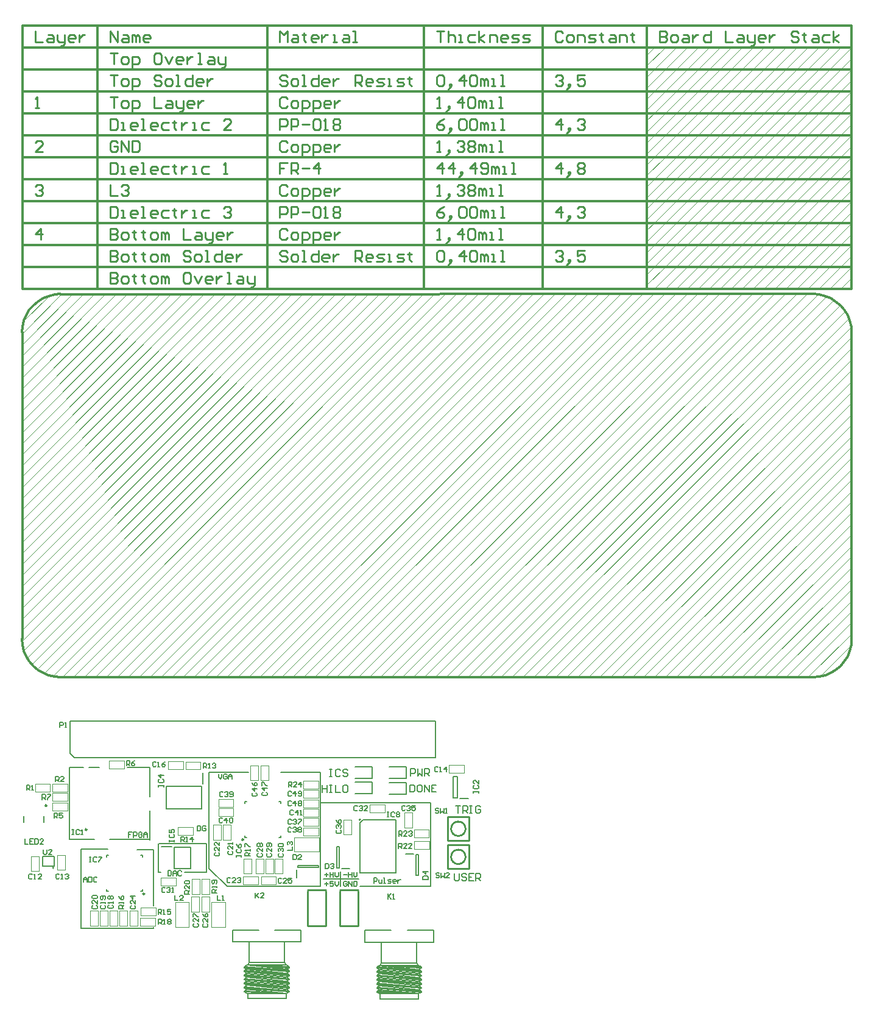
<source format=gto>
G04*
G04 #@! TF.GenerationSoftware,Altium Limited,Altium Designer,20.2.5 (213)*
G04*
G04 Layer_Color=65535*
%FSLAX42Y42*%
%MOMM*%
G71*
G04*
G04 #@! TF.SameCoordinates,0AE3A023-6BB7-4A84-8F3F-E2DF2112AB30*
G04*
G04*
G04 #@! TF.FilePolarity,Positive*
G04*
G01*
G75*
%ADD10C,0.25*%
%ADD11C,0.02*%
%ADD12C,0.25*%
%ADD13C,0.20*%
%ADD14C,0.15*%
%ADD15C,0.15*%
%ADD16C,0.10*%
%ADD17C,0.12*%
%ADD18C,0.13*%
%ADD19C,0.17*%
%ADD20C,0.38*%
%ADD21C,0.03*%
%ADD22C,0.18*%
%ADD23C,0.14*%
D10*
X952Y1400D02*
G03*
X952Y1400I-12J0D01*
G01*
D11*
X294Y1808D02*
G03*
X294Y1810I0J1D01*
G01*
D02*
G03*
X294Y1808I0J-1D01*
G01*
D12*
X6110Y1122D02*
G03*
X6117Y1122I5J-100D01*
G01*
X6110Y1512D02*
G03*
X6117Y1512I5J-100D01*
G01*
X393Y1733D02*
G03*
X393Y1733I-11J0D01*
G01*
X3128Y1262D02*
G03*
X3128Y1262I-11J0D01*
G01*
X1751Y507D02*
G03*
X1751Y507I-11J0D01*
G01*
X4466Y66D02*
X4720D01*
X4466Y561D02*
X4720D01*
X4466Y66D02*
Y548D01*
X4720Y66D02*
Y548D01*
X5965Y860D02*
X6262D01*
Y1193D01*
X5965D02*
X6262D01*
X5965Y860D02*
Y1193D01*
X4018Y63D02*
X4272D01*
X4018Y559D02*
X4272D01*
X4018Y63D02*
Y546D01*
X4272Y63D02*
Y546D01*
X5965Y1250D02*
X6262D01*
Y1582D01*
X5965D02*
X6262D01*
X5965Y1250D02*
Y1582D01*
X232Y12495D02*
Y12343D01*
X333D01*
X409Y12444D02*
X460D01*
X486Y12419D01*
Y12343D01*
X409D01*
X384Y12368D01*
X409Y12394D01*
X486D01*
X536Y12444D02*
Y12368D01*
X562Y12343D01*
X638D01*
Y12318D01*
X613Y12292D01*
X587D01*
X638Y12343D02*
Y12444D01*
X765Y12343D02*
X714D01*
X689Y12368D01*
Y12419D01*
X714Y12444D01*
X765D01*
X790Y12419D01*
Y12394D01*
X689D01*
X841Y12444D02*
Y12343D01*
Y12394D01*
X867Y12419D01*
X892Y12444D01*
X917D01*
X308Y9600D02*
Y9752D01*
X232Y9676D01*
X333D01*
X232Y10336D02*
X257Y10362D01*
X308D01*
X333Y10336D01*
Y10311D01*
X308Y10285D01*
X283D01*
X308D01*
X333Y10260D01*
Y10235D01*
X308Y10209D01*
X257D01*
X232Y10235D01*
X333Y10819D02*
X232D01*
X333Y10920D01*
Y10946D01*
X308Y10971D01*
X257D01*
X232Y10946D01*
Y11429D02*
X283D01*
X257D01*
Y11581D01*
X232Y11555D01*
X1273Y12343D02*
Y12495D01*
X1374Y12343D01*
Y12495D01*
X1451Y12444D02*
X1501D01*
X1527Y12419D01*
Y12343D01*
X1451D01*
X1425Y12368D01*
X1451Y12394D01*
X1527D01*
X1578Y12343D02*
Y12444D01*
X1603D01*
X1628Y12419D01*
Y12343D01*
Y12419D01*
X1654Y12444D01*
X1679Y12419D01*
Y12343D01*
X1806D02*
X1755D01*
X1730Y12368D01*
Y12419D01*
X1755Y12444D01*
X1806D01*
X1832Y12419D01*
Y12394D01*
X1730D01*
X1273Y9142D02*
Y8990D01*
X1349D01*
X1374Y9015D01*
Y9041D01*
X1349Y9066D01*
X1273D01*
X1349D01*
X1374Y9092D01*
Y9117D01*
X1349Y9142D01*
X1273D01*
X1451Y8990D02*
X1501D01*
X1527Y9015D01*
Y9066D01*
X1501Y9092D01*
X1451D01*
X1425Y9066D01*
Y9015D01*
X1451Y8990D01*
X1603Y9117D02*
Y9092D01*
X1578D01*
X1628D01*
X1603D01*
Y9015D01*
X1628Y8990D01*
X1730Y9117D02*
Y9092D01*
X1705D01*
X1755D01*
X1730D01*
Y9015D01*
X1755Y8990D01*
X1857D02*
X1908D01*
X1933Y9015D01*
Y9066D01*
X1908Y9092D01*
X1857D01*
X1832Y9066D01*
Y9015D01*
X1857Y8990D01*
X1984D02*
Y9092D01*
X2009D01*
X2035Y9066D01*
Y8990D01*
Y9066D01*
X2060Y9092D01*
X2085Y9066D01*
Y8990D01*
X2365Y9142D02*
X2314D01*
X2289Y9117D01*
Y9015D01*
X2314Y8990D01*
X2365D01*
X2390Y9015D01*
Y9117D01*
X2365Y9142D01*
X2441Y9092D02*
X2492Y8990D01*
X2542Y9092D01*
X2669Y8990D02*
X2619D01*
X2593Y9015D01*
Y9066D01*
X2619Y9092D01*
X2669D01*
X2695Y9066D01*
Y9041D01*
X2593D01*
X2746Y9092D02*
Y8990D01*
Y9041D01*
X2771Y9066D01*
X2796Y9092D01*
X2822D01*
X2898Y8990D02*
X2949D01*
X2923D01*
Y9142D01*
X2898D01*
X3050Y9092D02*
X3101D01*
X3126Y9066D01*
Y8990D01*
X3050D01*
X3025Y9015D01*
X3050Y9041D01*
X3126D01*
X3177Y9092D02*
Y9015D01*
X3203Y8990D01*
X3279D01*
Y8965D01*
X3253Y8939D01*
X3228D01*
X3279Y8990D02*
Y9092D01*
X1273Y9447D02*
Y9295D01*
X1349D01*
X1374Y9320D01*
Y9346D01*
X1349Y9371D01*
X1273D01*
X1349D01*
X1374Y9396D01*
Y9422D01*
X1349Y9447D01*
X1273D01*
X1451Y9295D02*
X1501D01*
X1527Y9320D01*
Y9371D01*
X1501Y9396D01*
X1451D01*
X1425Y9371D01*
Y9320D01*
X1451Y9295D01*
X1603Y9422D02*
Y9396D01*
X1578D01*
X1628D01*
X1603D01*
Y9320D01*
X1628Y9295D01*
X1730Y9422D02*
Y9396D01*
X1705D01*
X1755D01*
X1730D01*
Y9320D01*
X1755Y9295D01*
X1857D02*
X1908D01*
X1933Y9320D01*
Y9371D01*
X1908Y9396D01*
X1857D01*
X1832Y9371D01*
Y9320D01*
X1857Y9295D01*
X1984D02*
Y9396D01*
X2009D01*
X2035Y9371D01*
Y9295D01*
Y9371D01*
X2060Y9396D01*
X2085Y9371D01*
Y9295D01*
X2390Y9422D02*
X2365Y9447D01*
X2314D01*
X2289Y9422D01*
Y9396D01*
X2314Y9371D01*
X2365D01*
X2390Y9346D01*
Y9320D01*
X2365Y9295D01*
X2314D01*
X2289Y9320D01*
X2466Y9295D02*
X2517D01*
X2542Y9320D01*
Y9371D01*
X2517Y9396D01*
X2466D01*
X2441Y9371D01*
Y9320D01*
X2466Y9295D01*
X2593D02*
X2644D01*
X2619D01*
Y9447D01*
X2593D01*
X2822D02*
Y9295D01*
X2746D01*
X2720Y9320D01*
Y9371D01*
X2746Y9396D01*
X2822D01*
X2949Y9295D02*
X2898D01*
X2873Y9320D01*
Y9371D01*
X2898Y9396D01*
X2949D01*
X2974Y9371D01*
Y9346D01*
X2873D01*
X3025Y9396D02*
Y9295D01*
Y9346D01*
X3050Y9371D01*
X3076Y9396D01*
X3101D01*
X1273Y9752D02*
Y9600D01*
X1349D01*
X1374Y9625D01*
Y9650D01*
X1349Y9676D01*
X1273D01*
X1349D01*
X1374Y9701D01*
Y9727D01*
X1349Y9752D01*
X1273D01*
X1451Y9600D02*
X1501D01*
X1527Y9625D01*
Y9676D01*
X1501Y9701D01*
X1451D01*
X1425Y9676D01*
Y9625D01*
X1451Y9600D01*
X1603Y9727D02*
Y9701D01*
X1578D01*
X1628D01*
X1603D01*
Y9625D01*
X1628Y9600D01*
X1730Y9727D02*
Y9701D01*
X1705D01*
X1755D01*
X1730D01*
Y9625D01*
X1755Y9600D01*
X1857D02*
X1908D01*
X1933Y9625D01*
Y9676D01*
X1908Y9701D01*
X1857D01*
X1832Y9676D01*
Y9625D01*
X1857Y9600D01*
X1984D02*
Y9701D01*
X2009D01*
X2035Y9676D01*
Y9600D01*
Y9676D01*
X2060Y9701D01*
X2085Y9676D01*
Y9600D01*
X2289Y9752D02*
Y9600D01*
X2390D01*
X2466Y9701D02*
X2517D01*
X2542Y9676D01*
Y9600D01*
X2466D01*
X2441Y9625D01*
X2466Y9650D01*
X2542D01*
X2593Y9701D02*
Y9625D01*
X2619Y9600D01*
X2695D01*
Y9574D01*
X2669Y9549D01*
X2644D01*
X2695Y9600D02*
Y9701D01*
X2822Y9600D02*
X2771D01*
X2746Y9625D01*
Y9676D01*
X2771Y9701D01*
X2822D01*
X2847Y9676D01*
Y9650D01*
X2746D01*
X2898Y9701D02*
Y9600D01*
Y9650D01*
X2923Y9676D01*
X2949Y9701D01*
X2974D01*
X1273Y10057D02*
Y9904D01*
X1349D01*
X1374Y9930D01*
Y10031D01*
X1349Y10057D01*
X1273D01*
X1425Y9904D02*
X1476D01*
X1451D01*
Y10006D01*
X1425D01*
X1628Y9904D02*
X1578D01*
X1552Y9930D01*
Y9981D01*
X1578Y10006D01*
X1628D01*
X1654Y9981D01*
Y9955D01*
X1552D01*
X1705Y9904D02*
X1755D01*
X1730D01*
Y10057D01*
X1705D01*
X1908Y9904D02*
X1857D01*
X1832Y9930D01*
Y9981D01*
X1857Y10006D01*
X1908D01*
X1933Y9981D01*
Y9955D01*
X1832D01*
X2085Y10006D02*
X2009D01*
X1984Y9981D01*
Y9930D01*
X2009Y9904D01*
X2085D01*
X2162Y10031D02*
Y10006D01*
X2136D01*
X2187D01*
X2162D01*
Y9930D01*
X2187Y9904D01*
X2263Y10006D02*
Y9904D01*
Y9955D01*
X2289Y9981D01*
X2314Y10006D01*
X2339D01*
X2416Y9904D02*
X2466D01*
X2441D01*
Y10006D01*
X2416D01*
X2644D02*
X2568D01*
X2542Y9981D01*
Y9930D01*
X2568Y9904D01*
X2644D01*
X2847Y10031D02*
X2873Y10057D01*
X2923D01*
X2949Y10031D01*
Y10006D01*
X2923Y9981D01*
X2898D01*
X2923D01*
X2949Y9955D01*
Y9930D01*
X2923Y9904D01*
X2873D01*
X2847Y9930D01*
X1273Y10362D02*
Y10209D01*
X1374D01*
X1425Y10336D02*
X1451Y10362D01*
X1501D01*
X1527Y10336D01*
Y10311D01*
X1501Y10285D01*
X1476D01*
X1501D01*
X1527Y10260D01*
Y10235D01*
X1501Y10209D01*
X1451D01*
X1425Y10235D01*
X1273Y10666D02*
Y10514D01*
X1349D01*
X1374Y10539D01*
Y10641D01*
X1349Y10666D01*
X1273D01*
X1425Y10514D02*
X1476D01*
X1451D01*
Y10616D01*
X1425D01*
X1628Y10514D02*
X1578D01*
X1552Y10539D01*
Y10590D01*
X1578Y10616D01*
X1628D01*
X1654Y10590D01*
Y10565D01*
X1552D01*
X1705Y10514D02*
X1755D01*
X1730D01*
Y10666D01*
X1705D01*
X1908Y10514D02*
X1857D01*
X1832Y10539D01*
Y10590D01*
X1857Y10616D01*
X1908D01*
X1933Y10590D01*
Y10565D01*
X1832D01*
X2085Y10616D02*
X2009D01*
X1984Y10590D01*
Y10539D01*
X2009Y10514D01*
X2085D01*
X2162Y10641D02*
Y10616D01*
X2136D01*
X2187D01*
X2162D01*
Y10539D01*
X2187Y10514D01*
X2263Y10616D02*
Y10514D01*
Y10565D01*
X2289Y10590D01*
X2314Y10616D01*
X2339D01*
X2416Y10514D02*
X2466D01*
X2441D01*
Y10616D01*
X2416D01*
X2644D02*
X2568D01*
X2542Y10590D01*
Y10539D01*
X2568Y10514D01*
X2644D01*
X2847D02*
X2898D01*
X2873D01*
Y10666D01*
X2847Y10641D01*
X1374Y10946D02*
X1349Y10971D01*
X1298D01*
X1273Y10946D01*
Y10844D01*
X1298Y10819D01*
X1349D01*
X1374Y10844D01*
Y10895D01*
X1324D01*
X1425Y10819D02*
Y10971D01*
X1527Y10819D01*
Y10971D01*
X1578D02*
Y10819D01*
X1654D01*
X1679Y10844D01*
Y10946D01*
X1654Y10971D01*
X1578D01*
X1273Y11276D02*
Y11124D01*
X1349D01*
X1374Y11149D01*
Y11251D01*
X1349Y11276D01*
X1273D01*
X1425Y11124D02*
X1476D01*
X1451D01*
Y11225D01*
X1425D01*
X1628Y11124D02*
X1578D01*
X1552Y11149D01*
Y11200D01*
X1578Y11225D01*
X1628D01*
X1654Y11200D01*
Y11174D01*
X1552D01*
X1705Y11124D02*
X1755D01*
X1730D01*
Y11276D01*
X1705D01*
X1908Y11124D02*
X1857D01*
X1832Y11149D01*
Y11200D01*
X1857Y11225D01*
X1908D01*
X1933Y11200D01*
Y11174D01*
X1832D01*
X2085Y11225D02*
X2009D01*
X1984Y11200D01*
Y11149D01*
X2009Y11124D01*
X2085D01*
X2162Y11251D02*
Y11225D01*
X2136D01*
X2187D01*
X2162D01*
Y11149D01*
X2187Y11124D01*
X2263Y11225D02*
Y11124D01*
Y11174D01*
X2289Y11200D01*
X2314Y11225D01*
X2339D01*
X2416Y11124D02*
X2466D01*
X2441D01*
Y11225D01*
X2416D01*
X2644D02*
X2568D01*
X2542Y11200D01*
Y11149D01*
X2568Y11124D01*
X2644D01*
X2949D02*
X2847D01*
X2949Y11225D01*
Y11251D01*
X2923Y11276D01*
X2873D01*
X2847Y11251D01*
X1273Y11581D02*
X1374D01*
X1324D01*
Y11429D01*
X1451D02*
X1501D01*
X1527Y11454D01*
Y11505D01*
X1501Y11530D01*
X1451D01*
X1425Y11505D01*
Y11454D01*
X1451Y11429D01*
X1578Y11378D02*
Y11530D01*
X1654D01*
X1679Y11505D01*
Y11454D01*
X1654Y11429D01*
X1578D01*
X1882Y11581D02*
Y11429D01*
X1984D01*
X2060Y11530D02*
X2111D01*
X2136Y11505D01*
Y11429D01*
X2060D01*
X2035Y11454D01*
X2060Y11479D01*
X2136D01*
X2187Y11530D02*
Y11454D01*
X2212Y11429D01*
X2289D01*
Y11403D01*
X2263Y11378D01*
X2238D01*
X2289Y11429D02*
Y11530D01*
X2416Y11429D02*
X2365D01*
X2339Y11454D01*
Y11505D01*
X2365Y11530D01*
X2416D01*
X2441Y11505D01*
Y11479D01*
X2339D01*
X2492Y11530D02*
Y11429D01*
Y11479D01*
X2517Y11505D01*
X2542Y11530D01*
X2568D01*
X1273Y11886D02*
X1374D01*
X1324D01*
Y11733D01*
X1451D02*
X1501D01*
X1527Y11759D01*
Y11809D01*
X1501Y11835D01*
X1451D01*
X1425Y11809D01*
Y11759D01*
X1451Y11733D01*
X1578Y11683D02*
Y11835D01*
X1654D01*
X1679Y11809D01*
Y11759D01*
X1654Y11733D01*
X1578D01*
X1984Y11860D02*
X1958Y11886D01*
X1908D01*
X1882Y11860D01*
Y11835D01*
X1908Y11809D01*
X1958D01*
X1984Y11784D01*
Y11759D01*
X1958Y11733D01*
X1908D01*
X1882Y11759D01*
X2060Y11733D02*
X2111D01*
X2136Y11759D01*
Y11809D01*
X2111Y11835D01*
X2060D01*
X2035Y11809D01*
Y11759D01*
X2060Y11733D01*
X2187D02*
X2238D01*
X2212D01*
Y11886D01*
X2187D01*
X2416D02*
Y11733D01*
X2339D01*
X2314Y11759D01*
Y11809D01*
X2339Y11835D01*
X2416D01*
X2542Y11733D02*
X2492D01*
X2466Y11759D01*
Y11809D01*
X2492Y11835D01*
X2542D01*
X2568Y11809D01*
Y11784D01*
X2466D01*
X2619Y11835D02*
Y11733D01*
Y11784D01*
X2644Y11809D01*
X2669Y11835D01*
X2695D01*
X1273Y12190D02*
X1374D01*
X1324D01*
Y12038D01*
X1451D02*
X1501D01*
X1527Y12063D01*
Y12114D01*
X1501Y12140D01*
X1451D01*
X1425Y12114D01*
Y12063D01*
X1451Y12038D01*
X1578Y11987D02*
Y12140D01*
X1654D01*
X1679Y12114D01*
Y12063D01*
X1654Y12038D01*
X1578D01*
X1958Y12190D02*
X1908D01*
X1882Y12165D01*
Y12063D01*
X1908Y12038D01*
X1958D01*
X1984Y12063D01*
Y12165D01*
X1958Y12190D01*
X2035Y12140D02*
X2085Y12038D01*
X2136Y12140D01*
X2263Y12038D02*
X2212D01*
X2187Y12063D01*
Y12114D01*
X2212Y12140D01*
X2263D01*
X2289Y12114D01*
Y12089D01*
X2187D01*
X2339Y12140D02*
Y12038D01*
Y12089D01*
X2365Y12114D01*
X2390Y12140D01*
X2416D01*
X2492Y12038D02*
X2542D01*
X2517D01*
Y12190D01*
X2492D01*
X2644Y12140D02*
X2695D01*
X2720Y12114D01*
Y12038D01*
X2644D01*
X2619Y12063D01*
X2644Y12089D01*
X2720D01*
X2771Y12140D02*
Y12063D01*
X2796Y12038D01*
X2873D01*
Y12013D01*
X2847Y11987D01*
X2822D01*
X2873Y12038D02*
Y12140D01*
X3634Y12343D02*
Y12495D01*
X3685Y12444D01*
X3736Y12495D01*
Y12343D01*
X3812Y12444D02*
X3863D01*
X3888Y12419D01*
Y12343D01*
X3812D01*
X3787Y12368D01*
X3812Y12394D01*
X3888D01*
X3965Y12470D02*
Y12444D01*
X3939D01*
X3990D01*
X3965D01*
Y12368D01*
X3990Y12343D01*
X4142D02*
X4092D01*
X4066Y12368D01*
Y12419D01*
X4092Y12444D01*
X4142D01*
X4168Y12419D01*
Y12394D01*
X4066D01*
X4218Y12444D02*
Y12343D01*
Y12394D01*
X4244Y12419D01*
X4269Y12444D01*
X4295D01*
X4371Y12343D02*
X4422D01*
X4396D01*
Y12444D01*
X4371D01*
X4523D02*
X4574D01*
X4599Y12419D01*
Y12343D01*
X4523D01*
X4498Y12368D01*
X4523Y12394D01*
X4599D01*
X4650Y12343D02*
X4701D01*
X4676D01*
Y12495D01*
X4650D01*
X3736Y9422D02*
X3711Y9447D01*
X3660D01*
X3634Y9422D01*
Y9396D01*
X3660Y9371D01*
X3711D01*
X3736Y9346D01*
Y9320D01*
X3711Y9295D01*
X3660D01*
X3634Y9320D01*
X3812Y9295D02*
X3863D01*
X3888Y9320D01*
Y9371D01*
X3863Y9396D01*
X3812D01*
X3787Y9371D01*
Y9320D01*
X3812Y9295D01*
X3939D02*
X3990D01*
X3965D01*
Y9447D01*
X3939D01*
X4168D02*
Y9295D01*
X4092D01*
X4066Y9320D01*
Y9371D01*
X4092Y9396D01*
X4168D01*
X4295Y9295D02*
X4244D01*
X4218Y9320D01*
Y9371D01*
X4244Y9396D01*
X4295D01*
X4320Y9371D01*
Y9346D01*
X4218D01*
X4371Y9396D02*
Y9295D01*
Y9346D01*
X4396Y9371D01*
X4422Y9396D01*
X4447D01*
X4676Y9295D02*
Y9447D01*
X4752D01*
X4777Y9422D01*
Y9371D01*
X4752Y9346D01*
X4676D01*
X4726D02*
X4777Y9295D01*
X4904D02*
X4853D01*
X4828Y9320D01*
Y9371D01*
X4853Y9396D01*
X4904D01*
X4929Y9371D01*
Y9346D01*
X4828D01*
X4980Y9295D02*
X5056D01*
X5082Y9320D01*
X5056Y9346D01*
X5006D01*
X4980Y9371D01*
X5006Y9396D01*
X5082D01*
X5133Y9295D02*
X5183D01*
X5158D01*
Y9396D01*
X5133D01*
X5260Y9295D02*
X5336D01*
X5361Y9320D01*
X5336Y9346D01*
X5285D01*
X5260Y9371D01*
X5285Y9396D01*
X5361D01*
X5437Y9422D02*
Y9396D01*
X5412D01*
X5463D01*
X5437D01*
Y9320D01*
X5463Y9295D01*
X3736Y9727D02*
X3711Y9752D01*
X3660D01*
X3634Y9727D01*
Y9625D01*
X3660Y9600D01*
X3711D01*
X3736Y9625D01*
X3812Y9600D02*
X3863D01*
X3888Y9625D01*
Y9676D01*
X3863Y9701D01*
X3812D01*
X3787Y9676D01*
Y9625D01*
X3812Y9600D01*
X3939Y9549D02*
Y9701D01*
X4015D01*
X4041Y9676D01*
Y9625D01*
X4015Y9600D01*
X3939D01*
X4092Y9549D02*
Y9701D01*
X4168D01*
X4193Y9676D01*
Y9625D01*
X4168Y9600D01*
X4092D01*
X4320D02*
X4269D01*
X4244Y9625D01*
Y9676D01*
X4269Y9701D01*
X4320D01*
X4345Y9676D01*
Y9650D01*
X4244D01*
X4396Y9701D02*
Y9600D01*
Y9650D01*
X4422Y9676D01*
X4447Y9701D01*
X4472D01*
X3634Y9904D02*
Y10057D01*
X3711D01*
X3736Y10031D01*
Y9981D01*
X3711Y9955D01*
X3634D01*
X3787Y9904D02*
Y10057D01*
X3863D01*
X3888Y10031D01*
Y9981D01*
X3863Y9955D01*
X3787D01*
X3939Y9981D02*
X4041D01*
X4092Y10031D02*
X4117Y10057D01*
X4168D01*
X4193Y10031D01*
Y9930D01*
X4168Y9904D01*
X4117D01*
X4092Y9930D01*
Y10031D01*
X4244Y9904D02*
X4295D01*
X4269D01*
Y10057D01*
X4244Y10031D01*
X4371D02*
X4396Y10057D01*
X4447D01*
X4472Y10031D01*
Y10006D01*
X4447Y9981D01*
X4472Y9955D01*
Y9930D01*
X4447Y9904D01*
X4396D01*
X4371Y9930D01*
Y9955D01*
X4396Y9981D01*
X4371Y10006D01*
Y10031D01*
X4396Y9981D02*
X4447D01*
X3736Y10336D02*
X3711Y10362D01*
X3660D01*
X3634Y10336D01*
Y10235D01*
X3660Y10209D01*
X3711D01*
X3736Y10235D01*
X3812Y10209D02*
X3863D01*
X3888Y10235D01*
Y10285D01*
X3863Y10311D01*
X3812D01*
X3787Y10285D01*
Y10235D01*
X3812Y10209D01*
X3939Y10159D02*
Y10311D01*
X4015D01*
X4041Y10285D01*
Y10235D01*
X4015Y10209D01*
X3939D01*
X4092Y10159D02*
Y10311D01*
X4168D01*
X4193Y10285D01*
Y10235D01*
X4168Y10209D01*
X4092D01*
X4320D02*
X4269D01*
X4244Y10235D01*
Y10285D01*
X4269Y10311D01*
X4320D01*
X4345Y10285D01*
Y10260D01*
X4244D01*
X4396Y10311D02*
Y10209D01*
Y10260D01*
X4422Y10285D01*
X4447Y10311D01*
X4472D01*
X3736Y10666D02*
X3634D01*
Y10590D01*
X3685D01*
X3634D01*
Y10514D01*
X3787D02*
Y10666D01*
X3863D01*
X3888Y10641D01*
Y10590D01*
X3863Y10565D01*
X3787D01*
X3838D02*
X3888Y10514D01*
X3939Y10590D02*
X4041D01*
X4168Y10514D02*
Y10666D01*
X4092Y10590D01*
X4193D01*
X3736Y10946D02*
X3711Y10971D01*
X3660D01*
X3634Y10946D01*
Y10844D01*
X3660Y10819D01*
X3711D01*
X3736Y10844D01*
X3812Y10819D02*
X3863D01*
X3888Y10844D01*
Y10895D01*
X3863Y10920D01*
X3812D01*
X3787Y10895D01*
Y10844D01*
X3812Y10819D01*
X3939Y10768D02*
Y10920D01*
X4015D01*
X4041Y10895D01*
Y10844D01*
X4015Y10819D01*
X3939D01*
X4092Y10768D02*
Y10920D01*
X4168D01*
X4193Y10895D01*
Y10844D01*
X4168Y10819D01*
X4092D01*
X4320D02*
X4269D01*
X4244Y10844D01*
Y10895D01*
X4269Y10920D01*
X4320D01*
X4345Y10895D01*
Y10870D01*
X4244D01*
X4396Y10920D02*
Y10819D01*
Y10870D01*
X4422Y10895D01*
X4447Y10920D01*
X4472D01*
X3634Y11124D02*
Y11276D01*
X3711D01*
X3736Y11251D01*
Y11200D01*
X3711Y11174D01*
X3634D01*
X3787Y11124D02*
Y11276D01*
X3863D01*
X3888Y11251D01*
Y11200D01*
X3863Y11174D01*
X3787D01*
X3939Y11200D02*
X4041D01*
X4092Y11251D02*
X4117Y11276D01*
X4168D01*
X4193Y11251D01*
Y11149D01*
X4168Y11124D01*
X4117D01*
X4092Y11149D01*
Y11251D01*
X4244Y11124D02*
X4295D01*
X4269D01*
Y11276D01*
X4244Y11251D01*
X4371D02*
X4396Y11276D01*
X4447D01*
X4472Y11251D01*
Y11225D01*
X4447Y11200D01*
X4472Y11174D01*
Y11149D01*
X4447Y11124D01*
X4396D01*
X4371Y11149D01*
Y11174D01*
X4396Y11200D01*
X4371Y11225D01*
Y11251D01*
X4396Y11200D02*
X4447D01*
X3736Y11555D02*
X3711Y11581D01*
X3660D01*
X3634Y11555D01*
Y11454D01*
X3660Y11429D01*
X3711D01*
X3736Y11454D01*
X3812Y11429D02*
X3863D01*
X3888Y11454D01*
Y11505D01*
X3863Y11530D01*
X3812D01*
X3787Y11505D01*
Y11454D01*
X3812Y11429D01*
X3939Y11378D02*
Y11530D01*
X4015D01*
X4041Y11505D01*
Y11454D01*
X4015Y11429D01*
X3939D01*
X4092Y11378D02*
Y11530D01*
X4168D01*
X4193Y11505D01*
Y11454D01*
X4168Y11429D01*
X4092D01*
X4320D02*
X4269D01*
X4244Y11454D01*
Y11505D01*
X4269Y11530D01*
X4320D01*
X4345Y11505D01*
Y11479D01*
X4244D01*
X4396Y11530D02*
Y11429D01*
Y11479D01*
X4422Y11505D01*
X4447Y11530D01*
X4472D01*
X3736Y11860D02*
X3711Y11886D01*
X3660D01*
X3634Y11860D01*
Y11835D01*
X3660Y11809D01*
X3711D01*
X3736Y11784D01*
Y11759D01*
X3711Y11733D01*
X3660D01*
X3634Y11759D01*
X3812Y11733D02*
X3863D01*
X3888Y11759D01*
Y11809D01*
X3863Y11835D01*
X3812D01*
X3787Y11809D01*
Y11759D01*
X3812Y11733D01*
X3939D02*
X3990D01*
X3965D01*
Y11886D01*
X3939D01*
X4168D02*
Y11733D01*
X4092D01*
X4066Y11759D01*
Y11809D01*
X4092Y11835D01*
X4168D01*
X4295Y11733D02*
X4244D01*
X4218Y11759D01*
Y11809D01*
X4244Y11835D01*
X4295D01*
X4320Y11809D01*
Y11784D01*
X4218D01*
X4371Y11835D02*
Y11733D01*
Y11784D01*
X4396Y11809D01*
X4422Y11835D01*
X4447D01*
X4676Y11733D02*
Y11886D01*
X4752D01*
X4777Y11860D01*
Y11809D01*
X4752Y11784D01*
X4676D01*
X4726D02*
X4777Y11733D01*
X4904D02*
X4853D01*
X4828Y11759D01*
Y11809D01*
X4853Y11835D01*
X4904D01*
X4929Y11809D01*
Y11784D01*
X4828D01*
X4980Y11733D02*
X5056D01*
X5082Y11759D01*
X5056Y11784D01*
X5006D01*
X4980Y11809D01*
X5006Y11835D01*
X5082D01*
X5133Y11733D02*
X5183D01*
X5158D01*
Y11835D01*
X5133D01*
X5260Y11733D02*
X5336D01*
X5361Y11759D01*
X5336Y11784D01*
X5285D01*
X5260Y11809D01*
X5285Y11835D01*
X5361D01*
X5437Y11860D02*
Y11835D01*
X5412D01*
X5463D01*
X5437D01*
Y11759D01*
X5463Y11733D01*
X5818Y12495D02*
X5920D01*
X5869D01*
Y12343D01*
X5971Y12495D02*
Y12343D01*
Y12419D01*
X5996Y12444D01*
X6047D01*
X6072Y12419D01*
Y12343D01*
X6123D02*
X6174D01*
X6148D01*
Y12444D01*
X6123D01*
X6351D02*
X6275D01*
X6250Y12419D01*
Y12368D01*
X6275Y12343D01*
X6351D01*
X6402D02*
Y12495D01*
Y12394D02*
X6478Y12444D01*
X6402Y12394D02*
X6478Y12343D01*
X6555D02*
Y12444D01*
X6631D01*
X6656Y12419D01*
Y12343D01*
X6783D02*
X6732D01*
X6707Y12368D01*
Y12419D01*
X6732Y12444D01*
X6783D01*
X6809Y12419D01*
Y12394D01*
X6707D01*
X6859Y12343D02*
X6935D01*
X6961Y12368D01*
X6935Y12394D01*
X6885D01*
X6859Y12419D01*
X6885Y12444D01*
X6961D01*
X7012Y12343D02*
X7088D01*
X7113Y12368D01*
X7088Y12394D01*
X7037D01*
X7012Y12419D01*
X7037Y12444D01*
X7113D01*
X5818Y9422D02*
X5844Y9447D01*
X5894D01*
X5920Y9422D01*
Y9320D01*
X5894Y9295D01*
X5844D01*
X5818Y9320D01*
Y9422D01*
X5996Y9270D02*
X6021Y9295D01*
Y9320D01*
X5996D01*
Y9295D01*
X6021D01*
X5996Y9270D01*
X5971Y9244D01*
X6199Y9295D02*
Y9447D01*
X6123Y9371D01*
X6225D01*
X6275Y9422D02*
X6301Y9447D01*
X6351D01*
X6377Y9422D01*
Y9320D01*
X6351Y9295D01*
X6301D01*
X6275Y9320D01*
Y9422D01*
X6428Y9295D02*
Y9396D01*
X6453D01*
X6478Y9371D01*
Y9295D01*
Y9371D01*
X6504Y9396D01*
X6529Y9371D01*
Y9295D01*
X6580D02*
X6631D01*
X6605D01*
Y9396D01*
X6580D01*
X6707Y9295D02*
X6758D01*
X6732D01*
Y9447D01*
X6707D01*
X5818Y9600D02*
X5869D01*
X5844D01*
Y9752D01*
X5818Y9727D01*
X5971Y9574D02*
X5996Y9600D01*
Y9625D01*
X5971D01*
Y9600D01*
X5996D01*
X5971Y9574D01*
X5945Y9549D01*
X6174Y9600D02*
Y9752D01*
X6098Y9676D01*
X6199D01*
X6250Y9727D02*
X6275Y9752D01*
X6326D01*
X6351Y9727D01*
Y9625D01*
X6326Y9600D01*
X6275D01*
X6250Y9625D01*
Y9727D01*
X6402Y9600D02*
Y9701D01*
X6428D01*
X6453Y9676D01*
Y9600D01*
Y9676D01*
X6478Y9701D01*
X6504Y9676D01*
Y9600D01*
X6555D02*
X6605D01*
X6580D01*
Y9701D01*
X6555D01*
X6682Y9600D02*
X6732D01*
X6707D01*
Y9752D01*
X6682D01*
X5920Y10057D02*
X5869Y10031D01*
X5818Y9981D01*
Y9930D01*
X5844Y9904D01*
X5894D01*
X5920Y9930D01*
Y9955D01*
X5894Y9981D01*
X5818D01*
X5996Y9879D02*
X6021Y9904D01*
Y9930D01*
X5996D01*
Y9904D01*
X6021D01*
X5996Y9879D01*
X5971Y9854D01*
X6123Y10031D02*
X6148Y10057D01*
X6199D01*
X6225Y10031D01*
Y9930D01*
X6199Y9904D01*
X6148D01*
X6123Y9930D01*
Y10031D01*
X6275D02*
X6301Y10057D01*
X6351D01*
X6377Y10031D01*
Y9930D01*
X6351Y9904D01*
X6301D01*
X6275Y9930D01*
Y10031D01*
X6428Y9904D02*
Y10006D01*
X6453D01*
X6478Y9981D01*
Y9904D01*
Y9981D01*
X6504Y10006D01*
X6529Y9981D01*
Y9904D01*
X6580D02*
X6631D01*
X6605D01*
Y10006D01*
X6580D01*
X6707Y9904D02*
X6758D01*
X6732D01*
Y10057D01*
X6707D01*
X5818Y10209D02*
X5869D01*
X5844D01*
Y10362D01*
X5818Y10336D01*
X5971Y10184D02*
X5996Y10209D01*
Y10235D01*
X5971D01*
Y10209D01*
X5996D01*
X5971Y10184D01*
X5945Y10159D01*
X6098Y10336D02*
X6123Y10362D01*
X6174D01*
X6199Y10336D01*
Y10311D01*
X6174Y10285D01*
X6148D01*
X6174D01*
X6199Y10260D01*
Y10235D01*
X6174Y10209D01*
X6123D01*
X6098Y10235D01*
X6250Y10336D02*
X6275Y10362D01*
X6326D01*
X6351Y10336D01*
Y10311D01*
X6326Y10285D01*
X6351Y10260D01*
Y10235D01*
X6326Y10209D01*
X6275D01*
X6250Y10235D01*
Y10260D01*
X6275Y10285D01*
X6250Y10311D01*
Y10336D01*
X6275Y10285D02*
X6326D01*
X6402Y10209D02*
Y10311D01*
X6428D01*
X6453Y10285D01*
Y10209D01*
Y10285D01*
X6478Y10311D01*
X6504Y10285D01*
Y10209D01*
X6555D02*
X6605D01*
X6580D01*
Y10311D01*
X6555D01*
X6682Y10209D02*
X6732D01*
X6707D01*
Y10362D01*
X6682D01*
X5894Y10514D02*
Y10666D01*
X5818Y10590D01*
X5920D01*
X6047Y10514D02*
Y10666D01*
X5971Y10590D01*
X6072D01*
X6148Y10489D02*
X6174Y10514D01*
Y10539D01*
X6148D01*
Y10514D01*
X6174D01*
X6148Y10489D01*
X6123Y10463D01*
X6351Y10514D02*
Y10666D01*
X6275Y10590D01*
X6377D01*
X6428Y10539D02*
X6453Y10514D01*
X6504D01*
X6529Y10539D01*
Y10641D01*
X6504Y10666D01*
X6453D01*
X6428Y10641D01*
Y10616D01*
X6453Y10590D01*
X6529D01*
X6580Y10514D02*
Y10616D01*
X6605D01*
X6631Y10590D01*
Y10514D01*
Y10590D01*
X6656Y10616D01*
X6682Y10590D01*
Y10514D01*
X6732D02*
X6783D01*
X6758D01*
Y10616D01*
X6732D01*
X6859Y10514D02*
X6910D01*
X6885D01*
Y10666D01*
X6859D01*
X5818Y10819D02*
X5869D01*
X5844D01*
Y10971D01*
X5818Y10946D01*
X5971Y10794D02*
X5996Y10819D01*
Y10844D01*
X5971D01*
Y10819D01*
X5996D01*
X5971Y10794D01*
X5945Y10768D01*
X6098Y10946D02*
X6123Y10971D01*
X6174D01*
X6199Y10946D01*
Y10920D01*
X6174Y10895D01*
X6148D01*
X6174D01*
X6199Y10870D01*
Y10844D01*
X6174Y10819D01*
X6123D01*
X6098Y10844D01*
X6250Y10946D02*
X6275Y10971D01*
X6326D01*
X6351Y10946D01*
Y10920D01*
X6326Y10895D01*
X6351Y10870D01*
Y10844D01*
X6326Y10819D01*
X6275D01*
X6250Y10844D01*
Y10870D01*
X6275Y10895D01*
X6250Y10920D01*
Y10946D01*
X6275Y10895D02*
X6326D01*
X6402Y10819D02*
Y10920D01*
X6428D01*
X6453Y10895D01*
Y10819D01*
Y10895D01*
X6478Y10920D01*
X6504Y10895D01*
Y10819D01*
X6555D02*
X6605D01*
X6580D01*
Y10920D01*
X6555D01*
X6682Y10819D02*
X6732D01*
X6707D01*
Y10971D01*
X6682D01*
X5920Y11276D02*
X5869Y11251D01*
X5818Y11200D01*
Y11149D01*
X5844Y11124D01*
X5894D01*
X5920Y11149D01*
Y11174D01*
X5894Y11200D01*
X5818D01*
X5996Y11098D02*
X6021Y11124D01*
Y11149D01*
X5996D01*
Y11124D01*
X6021D01*
X5996Y11098D01*
X5971Y11073D01*
X6123Y11251D02*
X6148Y11276D01*
X6199D01*
X6225Y11251D01*
Y11149D01*
X6199Y11124D01*
X6148D01*
X6123Y11149D01*
Y11251D01*
X6275D02*
X6301Y11276D01*
X6351D01*
X6377Y11251D01*
Y11149D01*
X6351Y11124D01*
X6301D01*
X6275Y11149D01*
Y11251D01*
X6428Y11124D02*
Y11225D01*
X6453D01*
X6478Y11200D01*
Y11124D01*
Y11200D01*
X6504Y11225D01*
X6529Y11200D01*
Y11124D01*
X6580D02*
X6631D01*
X6605D01*
Y11225D01*
X6580D01*
X6707Y11124D02*
X6758D01*
X6732D01*
Y11276D01*
X6707D01*
X5818Y11429D02*
X5869D01*
X5844D01*
Y11581D01*
X5818Y11555D01*
X5971Y11403D02*
X5996Y11429D01*
Y11454D01*
X5971D01*
Y11429D01*
X5996D01*
X5971Y11403D01*
X5945Y11378D01*
X6174Y11429D02*
Y11581D01*
X6098Y11505D01*
X6199D01*
X6250Y11555D02*
X6275Y11581D01*
X6326D01*
X6351Y11555D01*
Y11454D01*
X6326Y11429D01*
X6275D01*
X6250Y11454D01*
Y11555D01*
X6402Y11429D02*
Y11530D01*
X6428D01*
X6453Y11505D01*
Y11429D01*
Y11505D01*
X6478Y11530D01*
X6504Y11505D01*
Y11429D01*
X6555D02*
X6605D01*
X6580D01*
Y11530D01*
X6555D01*
X6682Y11429D02*
X6732D01*
X6707D01*
Y11581D01*
X6682D01*
X5818Y11860D02*
X5844Y11886D01*
X5894D01*
X5920Y11860D01*
Y11759D01*
X5894Y11733D01*
X5844D01*
X5818Y11759D01*
Y11860D01*
X5996Y11708D02*
X6021Y11733D01*
Y11759D01*
X5996D01*
Y11733D01*
X6021D01*
X5996Y11708D01*
X5971Y11683D01*
X6199Y11733D02*
Y11886D01*
X6123Y11809D01*
X6225D01*
X6275Y11860D02*
X6301Y11886D01*
X6351D01*
X6377Y11860D01*
Y11759D01*
X6351Y11733D01*
X6301D01*
X6275Y11759D01*
Y11860D01*
X6428Y11733D02*
Y11835D01*
X6453D01*
X6478Y11809D01*
Y11733D01*
Y11809D01*
X6504Y11835D01*
X6529Y11809D01*
Y11733D01*
X6580D02*
X6631D01*
X6605D01*
Y11835D01*
X6580D01*
X6707Y11733D02*
X6758D01*
X6732D01*
Y11886D01*
X6707D01*
X7570Y12470D02*
X7545Y12495D01*
X7494D01*
X7469Y12470D01*
Y12368D01*
X7494Y12343D01*
X7545D01*
X7570Y12368D01*
X7647Y12343D02*
X7697D01*
X7723Y12368D01*
Y12419D01*
X7697Y12444D01*
X7647D01*
X7621Y12419D01*
Y12368D01*
X7647Y12343D01*
X7774D02*
Y12444D01*
X7850D01*
X7875Y12419D01*
Y12343D01*
X7926D02*
X8002D01*
X8027Y12368D01*
X8002Y12394D01*
X7951D01*
X7926Y12419D01*
X7951Y12444D01*
X8027D01*
X8104Y12470D02*
Y12444D01*
X8078D01*
X8129D01*
X8104D01*
Y12368D01*
X8129Y12343D01*
X8231Y12444D02*
X8281D01*
X8307Y12419D01*
Y12343D01*
X8231D01*
X8205Y12368D01*
X8231Y12394D01*
X8307D01*
X8358Y12343D02*
Y12444D01*
X8434D01*
X8459Y12419D01*
Y12343D01*
X8535Y12470D02*
Y12444D01*
X8510D01*
X8561D01*
X8535D01*
Y12368D01*
X8561Y12343D01*
X7469Y9422D02*
X7494Y9447D01*
X7545D01*
X7570Y9422D01*
Y9396D01*
X7545Y9371D01*
X7520D01*
X7545D01*
X7570Y9346D01*
Y9320D01*
X7545Y9295D01*
X7494D01*
X7469Y9320D01*
X7647Y9270D02*
X7672Y9295D01*
Y9320D01*
X7647D01*
Y9295D01*
X7672D01*
X7647Y9270D01*
X7621Y9244D01*
X7875Y9447D02*
X7774D01*
Y9371D01*
X7824Y9396D01*
X7850D01*
X7875Y9371D01*
Y9320D01*
X7850Y9295D01*
X7799D01*
X7774Y9320D01*
X7545Y9904D02*
Y10057D01*
X7469Y9981D01*
X7570D01*
X7647Y9879D02*
X7672Y9904D01*
Y9930D01*
X7647D01*
Y9904D01*
X7672D01*
X7647Y9879D01*
X7621Y9854D01*
X7774Y10031D02*
X7799Y10057D01*
X7850D01*
X7875Y10031D01*
Y10006D01*
X7850Y9981D01*
X7824D01*
X7850D01*
X7875Y9955D01*
Y9930D01*
X7850Y9904D01*
X7799D01*
X7774Y9930D01*
X7545Y10514D02*
Y10666D01*
X7469Y10590D01*
X7570D01*
X7647Y10489D02*
X7672Y10514D01*
Y10539D01*
X7647D01*
Y10514D01*
X7672D01*
X7647Y10489D01*
X7621Y10463D01*
X7774Y10641D02*
X7799Y10666D01*
X7850D01*
X7875Y10641D01*
Y10616D01*
X7850Y10590D01*
X7875Y10565D01*
Y10539D01*
X7850Y10514D01*
X7799D01*
X7774Y10539D01*
Y10565D01*
X7799Y10590D01*
X7774Y10616D01*
Y10641D01*
X7799Y10590D02*
X7850D01*
X7545Y11124D02*
Y11276D01*
X7469Y11200D01*
X7570D01*
X7647Y11098D02*
X7672Y11124D01*
Y11149D01*
X7647D01*
Y11124D01*
X7672D01*
X7647Y11098D01*
X7621Y11073D01*
X7774Y11251D02*
X7799Y11276D01*
X7850D01*
X7875Y11251D01*
Y11225D01*
X7850Y11200D01*
X7824D01*
X7850D01*
X7875Y11174D01*
Y11149D01*
X7850Y11124D01*
X7799D01*
X7774Y11149D01*
X7469Y11860D02*
X7494Y11886D01*
X7545D01*
X7570Y11860D01*
Y11835D01*
X7545Y11809D01*
X7520D01*
X7545D01*
X7570Y11784D01*
Y11759D01*
X7545Y11733D01*
X7494D01*
X7469Y11759D01*
X7647Y11708D02*
X7672Y11733D01*
Y11759D01*
X7647D01*
Y11733D01*
X7672D01*
X7647Y11708D01*
X7621Y11683D01*
X7875Y11886D02*
X7774D01*
Y11809D01*
X7824Y11835D01*
X7850D01*
X7875Y11809D01*
Y11759D01*
X7850Y11733D01*
X7799D01*
X7774Y11759D01*
X8916Y12495D02*
Y12343D01*
X8992D01*
X9018Y12368D01*
Y12394D01*
X8992Y12419D01*
X8916D01*
X8992D01*
X9018Y12444D01*
Y12470D01*
X8992Y12495D01*
X8916D01*
X9094Y12343D02*
X9145D01*
X9170Y12368D01*
Y12419D01*
X9145Y12444D01*
X9094D01*
X9069Y12419D01*
Y12368D01*
X9094Y12343D01*
X9246Y12444D02*
X9297D01*
X9323Y12419D01*
Y12343D01*
X9246D01*
X9221Y12368D01*
X9246Y12394D01*
X9323D01*
X9373Y12444D02*
Y12343D01*
Y12394D01*
X9399Y12419D01*
X9424Y12444D01*
X9450D01*
X9627Y12495D02*
Y12343D01*
X9551D01*
X9526Y12368D01*
Y12419D01*
X9551Y12444D01*
X9627D01*
X9830Y12495D02*
Y12343D01*
X9932D01*
X10008Y12444D02*
X10059D01*
X10084Y12419D01*
Y12343D01*
X10008D01*
X9983Y12368D01*
X10008Y12394D01*
X10084D01*
X10135Y12444D02*
Y12368D01*
X10160Y12343D01*
X10237D01*
Y12318D01*
X10211Y12292D01*
X10186D01*
X10237Y12343D02*
Y12444D01*
X10364Y12343D02*
X10313D01*
X10287Y12368D01*
Y12419D01*
X10313Y12444D01*
X10364D01*
X10389Y12419D01*
Y12394D01*
X10287D01*
X10440Y12444D02*
Y12343D01*
Y12394D01*
X10465Y12419D01*
X10491Y12444D01*
X10516D01*
X10846Y12470D02*
X10821Y12495D01*
X10770D01*
X10744Y12470D01*
Y12444D01*
X10770Y12419D01*
X10821D01*
X10846Y12394D01*
Y12368D01*
X10821Y12343D01*
X10770D01*
X10744Y12368D01*
X10922Y12470D02*
Y12444D01*
X10897D01*
X10948D01*
X10922D01*
Y12368D01*
X10948Y12343D01*
X11049Y12444D02*
X11100D01*
X11125Y12419D01*
Y12343D01*
X11049D01*
X11024Y12368D01*
X11049Y12394D01*
X11125D01*
X11278Y12444D02*
X11202D01*
X11176Y12419D01*
Y12368D01*
X11202Y12343D01*
X11278D01*
X11329D02*
Y12495D01*
Y12394D02*
X11405Y12444D01*
X11329Y12394D02*
X11405Y12343D01*
D13*
X4755Y1540D02*
G03*
X4755Y1540I-10J0D01*
G01*
X5530Y1057D02*
X5560D01*
Y768D02*
Y1057D01*
X5530Y768D02*
X5560D01*
X5530D02*
Y1057D01*
X5385Y1066D02*
X5495D01*
X6135Y1830D02*
X6255D01*
X6100Y1845D02*
Y2135D01*
X6040D02*
X6100D01*
X6040Y1845D02*
Y2135D01*
Y1845D02*
X6100D01*
X2163Y1155D02*
X2393D01*
Y855D02*
Y1155D01*
X2163Y855D02*
X2393D01*
X2163D02*
Y1155D01*
X1988Y1160D02*
X2128D01*
X2560Y2040D02*
Y2192D01*
X2058Y2005D02*
X2548D01*
X2058Y1685D02*
Y2005D01*
Y1685D02*
X2548D01*
Y2005D01*
X714Y2459D02*
Y2904D01*
Y2459D02*
X778Y2396D01*
X5794D01*
Y2904D01*
X714D02*
X5794D01*
X5158Y2273D02*
X5395D01*
Y2108D02*
Y2273D01*
X5158Y2108D02*
X5395D01*
X72Y1499D02*
Y1590D01*
X352Y1499D02*
Y1590D01*
X4745Y1495D02*
X4790Y1540D01*
X4745Y800D02*
Y1495D01*
Y800D02*
X5245D01*
Y1540D01*
X4790D02*
X5245D01*
X3566Y8D02*
X3928D01*
Y-158D02*
Y8D01*
X2976Y-158D02*
Y8D01*
X3143Y-853D02*
X3719Y-874D01*
X3143Y-839D02*
X3719Y-874D01*
X3181Y-818D02*
X3719Y-874D01*
X3143Y-797D02*
X3762Y-853D01*
X3143Y-783D02*
X3762Y-839D01*
X3181Y-762D02*
X3724Y-818D01*
X3143Y-741D02*
X3762Y-797D01*
X3143Y-727D02*
X3762Y-783D01*
X3181Y-706D02*
X3724Y-762D01*
X3143Y-685D02*
X3762Y-741D01*
X3143Y-671D02*
X3762Y-727D01*
X3181Y-650D02*
X3724Y-706D01*
X3143Y-629D02*
X3762Y-685D01*
X3143Y-615D02*
X3762Y-671D01*
X3181Y-594D02*
X3724Y-650D01*
X3143Y-573D02*
X3762Y-629D01*
X3143Y-559D02*
X3762Y-615D01*
X3181Y-482D02*
X3762Y-517D01*
X3186Y-482D02*
X3762Y-503D01*
X3181Y-482D02*
X3724Y-538D01*
X3181D02*
X3724Y-594D01*
X3143Y-517D02*
X3762Y-573D01*
X3143Y-503D02*
X3762Y-559D01*
X3698Y-445D02*
Y-158D01*
X3719Y-946D02*
Y-874D01*
X3186Y-946D02*
X3719D01*
X3186D02*
Y-874D01*
X3208Y-445D02*
Y-158D01*
Y-445D02*
X3698D01*
X3698D02*
X3719Y-482D01*
X3181D02*
X3724D01*
X3762Y-503D01*
Y-517D02*
Y-503D01*
X3724Y-538D02*
X3762Y-517D01*
X3724Y-538D02*
X3762Y-559D01*
Y-573D02*
Y-559D01*
X3724Y-594D02*
X3762Y-573D01*
X3724Y-594D02*
X3762Y-615D01*
Y-629D02*
Y-615D01*
X3724Y-650D02*
X3762Y-629D01*
X3724Y-650D02*
X3762Y-671D01*
Y-685D02*
Y-671D01*
X3724Y-706D02*
X3762Y-685D01*
X3724Y-706D02*
X3762Y-727D01*
Y-741D02*
Y-727D01*
X3724Y-762D02*
X3762Y-741D01*
X3724Y-762D02*
X3762Y-783D01*
Y-797D02*
Y-783D01*
X3724Y-818D02*
X3762Y-797D01*
X3724Y-818D02*
X3762Y-839D01*
Y-853D02*
Y-839D01*
X3719Y-874D02*
X3762Y-853D01*
X3181Y-874D02*
X3719D01*
X3143Y-853D02*
X3181Y-874D01*
X3143Y-853D02*
Y-839D01*
X3181Y-818D01*
X3143Y-797D02*
X3181Y-818D01*
X3143Y-797D02*
Y-783D01*
X3181Y-762D01*
X3143Y-741D02*
X3181Y-762D01*
X3143Y-741D02*
Y-727D01*
X3181Y-706D01*
X3143Y-685D02*
X3181Y-706D01*
X3143Y-685D02*
Y-671D01*
X3181Y-650D01*
X3143Y-629D02*
X3181Y-650D01*
X3143Y-629D02*
Y-615D01*
X3181Y-594D01*
X3143Y-573D02*
X3181Y-594D01*
X3143Y-573D02*
Y-559D01*
X3181Y-538D01*
X3143Y-517D02*
X3181Y-538D01*
X3143Y-517D02*
Y-503D01*
X3181Y-482D01*
X3186D02*
X3208Y-445D01*
X2976Y8D02*
X3339D01*
X2976Y-158D02*
X3928D01*
X3871Y730D02*
Y840D01*
X3880Y875D02*
X4170D01*
Y905D01*
X3880D02*
X4170D01*
X3880Y875D02*
Y905D01*
X4492Y862D02*
X4603D01*
X4458Y871D02*
Y1161D01*
X4428D02*
X4458D01*
X4428Y871D02*
Y1161D01*
Y871D02*
X4458D01*
X5158Y2055D02*
X5395D01*
Y1890D02*
Y2055D01*
X5158Y1890D02*
X5395D01*
X4680Y2273D02*
X4917D01*
Y2108D02*
Y2273D01*
X4680Y2108D02*
X4917D01*
X4678Y2062D02*
X4915D01*
Y1898D02*
Y2062D01*
X4678Y1898D02*
X4915D01*
X5406Y3D02*
X5769D01*
Y-162D02*
Y3D01*
X4817Y-162D02*
Y3D01*
X4983Y-858D02*
X5559Y-879D01*
X4983Y-844D02*
X5559Y-879D01*
X5021Y-823D02*
X5559Y-879D01*
X4983Y-802D02*
X5602Y-858D01*
X4983Y-788D02*
X5602Y-844D01*
X5021Y-767D02*
X5564Y-823D01*
X4983Y-746D02*
X5602Y-802D01*
X4983Y-732D02*
X5602Y-788D01*
X5021Y-711D02*
X5564Y-767D01*
X4983Y-690D02*
X5602Y-746D01*
X4983Y-676D02*
X5602Y-732D01*
X5021Y-655D02*
X5564Y-711D01*
X4983Y-634D02*
X5602Y-690D01*
X4983Y-620D02*
X5602Y-676D01*
X5021Y-599D02*
X5564Y-655D01*
X4983Y-578D02*
X5602Y-634D01*
X4983Y-564D02*
X5602Y-620D01*
X5021Y-487D02*
X5602Y-522D01*
X5026Y-487D02*
X5602Y-508D01*
X5021Y-487D02*
X5564Y-543D01*
X5021D02*
X5564Y-599D01*
X4983Y-522D02*
X5602Y-578D01*
X4983Y-508D02*
X5602Y-564D01*
X5538Y-449D02*
Y-162D01*
X5559Y-951D02*
Y-879D01*
X5026Y-951D02*
X5559D01*
X5026D02*
Y-879D01*
X5048Y-449D02*
Y-162D01*
Y-449D02*
X5538D01*
X5538D02*
X5559Y-487D01*
X5021D02*
X5564D01*
X5602Y-508D01*
Y-522D02*
Y-508D01*
X5564Y-543D02*
X5602Y-522D01*
X5564Y-543D02*
X5602Y-564D01*
Y-578D02*
Y-564D01*
X5564Y-599D02*
X5602Y-578D01*
X5564Y-599D02*
X5602Y-620D01*
Y-634D02*
Y-620D01*
X5564Y-655D02*
X5602Y-634D01*
X5564Y-655D02*
X5602Y-676D01*
Y-690D02*
Y-676D01*
X5564Y-711D02*
X5602Y-690D01*
X5564Y-711D02*
X5602Y-732D01*
Y-746D02*
Y-732D01*
X5564Y-767D02*
X5602Y-746D01*
X5564Y-767D02*
X5602Y-788D01*
Y-802D02*
Y-788D01*
X5564Y-823D02*
X5602Y-802D01*
X5564Y-823D02*
X5602Y-844D01*
Y-858D02*
Y-844D01*
X5559Y-879D02*
X5602Y-858D01*
X5021Y-879D02*
X5559D01*
X4983Y-858D02*
X5021Y-879D01*
X4983Y-858D02*
Y-844D01*
X5021Y-823D01*
X4983Y-802D02*
X5021Y-823D01*
X4983Y-802D02*
Y-788D01*
X5021Y-767D01*
X4983Y-746D02*
X5021Y-767D01*
X4983Y-746D02*
Y-732D01*
X5021Y-711D01*
X4983Y-690D02*
X5021Y-711D01*
X4983Y-690D02*
Y-676D01*
X5021Y-655D01*
X4983Y-634D02*
X5021Y-655D01*
X4983Y-634D02*
Y-620D01*
X5021Y-599D01*
X4983Y-578D02*
X5021Y-599D01*
X4983Y-578D02*
Y-564D01*
X5021Y-543D01*
X4983Y-522D02*
X5021Y-543D01*
X4983Y-522D02*
Y-508D01*
X5021Y-487D01*
X5026D02*
X5048Y-449D01*
X4817Y3D02*
X5179D01*
X4817Y-162D02*
X5769D01*
D14*
X480Y877D02*
G03*
X481Y877I2J-7D01*
G01*
X4238Y713D02*
X4730Y711D01*
X4480Y612D02*
Y820D01*
X2080Y830D02*
Y760D01*
X2115D01*
X2127Y772D01*
Y818D01*
X2115Y830D01*
X2080D01*
X2150Y760D02*
Y807D01*
X2173Y830D01*
X2197Y807D01*
Y760D01*
Y795D01*
X2150D01*
X2267Y818D02*
X2255Y830D01*
X2232D01*
X2220Y818D01*
Y772D01*
X2232Y760D01*
X2255D01*
X2267Y772D01*
X2783Y2172D02*
Y2126D01*
X2806Y2102D01*
X2829Y2126D01*
Y2172D01*
X2899Y2161D02*
X2887Y2172D01*
X2864D01*
X2852Y2161D01*
Y2114D01*
X2864Y2102D01*
X2887D01*
X2899Y2114D01*
Y2137D01*
X2876D01*
X2922Y2102D02*
Y2149D01*
X2946Y2172D01*
X2969Y2149D01*
Y2102D01*
Y2137D01*
X2922D01*
X905Y670D02*
Y717D01*
X928Y740D01*
X952Y717D01*
Y670D01*
Y705D01*
X905D01*
X975Y740D02*
Y670D01*
X1010D01*
X1022Y682D01*
Y728D01*
X1010Y740D01*
X975D01*
X1092Y728D02*
X1080Y740D01*
X1057D01*
X1045Y728D01*
Y682D01*
X1057Y670D01*
X1080D01*
X1092Y682D01*
X1579Y1365D02*
X1532D01*
Y1330D01*
X1556D01*
X1532D01*
Y1295D01*
X1602D02*
Y1365D01*
X1637D01*
X1649Y1353D01*
Y1330D01*
X1637Y1318D01*
X1602D01*
X1719Y1353D02*
X1707Y1365D01*
X1684D01*
X1672Y1353D01*
Y1307D01*
X1684Y1295D01*
X1707D01*
X1719Y1307D01*
Y1330D01*
X1696D01*
X1742Y1295D02*
Y1342D01*
X1766Y1365D01*
X1789Y1342D01*
Y1295D01*
Y1330D01*
X1742D01*
X4938Y660D02*
Y730D01*
X4972D01*
X4984Y718D01*
Y695D01*
X4972Y683D01*
X4938D01*
X5007Y707D02*
Y672D01*
X5019Y660D01*
X5054D01*
Y707D01*
X5077Y660D02*
X5101D01*
X5089D01*
Y730D01*
X5077D01*
X5136Y660D02*
X5171D01*
X5182Y672D01*
X5171Y683D01*
X5147D01*
X5136Y695D01*
X5147Y707D01*
X5182D01*
X5241Y660D02*
X5217D01*
X5206Y672D01*
Y695D01*
X5217Y707D01*
X5241D01*
X5252Y695D01*
Y683D01*
X5206D01*
X5276Y707D02*
Y660D01*
Y683D01*
X5287Y695D01*
X5299Y707D01*
X5311D01*
X4567Y673D02*
X4555Y685D01*
X4532D01*
X4520Y673D01*
Y627D01*
X4532Y615D01*
X4555D01*
X4567Y627D01*
Y650D01*
X4543D01*
X4590Y615D02*
Y685D01*
X4637Y615D01*
Y685D01*
X4660D02*
Y615D01*
X4695D01*
X4707Y627D01*
Y673D01*
X4695Y685D01*
X4660D01*
X4520Y772D02*
X4567D01*
X4590Y807D02*
Y738D01*
Y772D01*
X4637D01*
Y807D01*
Y738D01*
X4660Y807D02*
Y761D01*
X4683Y738D01*
X4707Y761D01*
Y807D01*
X4260Y647D02*
X4307D01*
X4283Y671D02*
Y624D01*
X4377Y682D02*
X4330D01*
Y647D01*
X4353Y659D01*
X4365D01*
X4377Y647D01*
Y624D01*
X4365Y612D01*
X4342D01*
X4330Y624D01*
X4400Y682D02*
Y636D01*
X4423Y612D01*
X4447Y636D01*
Y682D01*
X4260Y772D02*
X4307D01*
X4283Y796D02*
Y749D01*
X4330Y807D02*
Y737D01*
Y772D01*
X4377D01*
Y807D01*
Y737D01*
X4400Y807D02*
Y761D01*
X4423Y737D01*
X4447Y761D01*
Y807D01*
D15*
X1229Y546D02*
Y571D01*
Y1044D02*
X1254D01*
X1726Y1019D02*
Y1044D01*
X1701Y546D02*
X1726D01*
X1701Y1044D02*
X1726D01*
X1229Y1019D02*
Y1044D01*
Y546D02*
X1254D01*
X1726D02*
Y571D01*
X3149Y1294D02*
X3174D01*
X3149Y1766D02*
Y1791D01*
X3621D02*
X3646D01*
Y1294D02*
Y1319D01*
X3149Y1294D02*
Y1319D01*
X3621Y1294D02*
X3646D01*
Y1766D02*
Y1791D01*
X3149D02*
X3174D01*
D16*
X178Y822D02*
Y1032D01*
X288D01*
Y822D02*
Y1032D01*
X178Y822D02*
X288D01*
X647Y838D02*
Y1048D01*
X537Y838D02*
X647D01*
X537D02*
Y1048D01*
X647D01*
X5983Y2298D02*
X6192D01*
Y2188D02*
Y2298D01*
X5983Y2188D02*
X6192D01*
X5983D02*
Y2298D01*
X2288Y2238D02*
Y2348D01*
X2077D02*
X2288D01*
X2077Y2238D02*
Y2348D01*
Y2238D02*
X2288D01*
X1270Y275D02*
X1380D01*
X1270Y65D02*
Y275D01*
Y65D02*
X1380D01*
Y275D01*
X1135Y275D02*
X1245D01*
X1135Y65D02*
Y275D01*
Y65D02*
X1245D01*
Y275D01*
X1000Y275D02*
X1110D01*
X1000Y65D02*
Y275D01*
Y65D02*
X1110D01*
Y275D01*
X2950Y1255D02*
Y1465D01*
X2840Y1255D02*
X2950D01*
X2840D02*
Y1465D01*
X2950D01*
X2710D02*
X2820D01*
X2710Y1255D02*
Y1465D01*
Y1255D02*
X2820D01*
Y1465D01*
X3125Y635D02*
X3335D01*
X3125D02*
Y745D01*
X3335D01*
Y635D02*
Y745D01*
X1548Y65D02*
X1658D01*
Y275D01*
X1548D02*
X1658D01*
X1548Y65D02*
Y275D01*
X3372Y747D02*
X3583D01*
Y638D02*
Y747D01*
X3372Y638D02*
X3583D01*
X3372D02*
Y747D01*
X2548Y260D02*
X2658D01*
Y470D01*
X2548D02*
X2658D01*
X2548Y260D02*
Y470D01*
X2405Y260D02*
X2515D01*
Y470D01*
X2405D02*
X2515D01*
X2405Y260D02*
Y470D01*
X3407Y788D02*
Y998D01*
X3297Y788D02*
X3407D01*
X3297D02*
Y998D01*
X3407D01*
X3545Y788D02*
Y998D01*
X3435Y788D02*
X3545D01*
X3435D02*
Y998D01*
X3545D01*
X3675Y788D02*
Y998D01*
X3565Y788D02*
X3675D01*
X3565D02*
Y998D01*
X3675D01*
X1980Y620D02*
Y730D01*
Y620D02*
X2190D01*
Y730D01*
X1980D02*
X2190D01*
X4883Y1638D02*
X5092D01*
X4883D02*
Y1748D01*
X5092D01*
Y1638D02*
Y1748D01*
X5473Y1427D02*
Y1638D01*
X5363Y1427D02*
X5473D01*
X5363D02*
Y1638D01*
X5473D01*
X4517Y1330D02*
Y1540D01*
X4628D01*
Y1330D02*
Y1540D01*
X4517Y1330D02*
X4628D01*
X3962Y1450D02*
X4172D01*
X3962D02*
Y1560D01*
X4172D01*
Y1450D02*
Y1560D01*
X3962Y1320D02*
X4172D01*
X3962D02*
Y1430D01*
X4172D01*
Y1320D02*
Y1430D01*
X2780Y1827D02*
X2990D01*
Y1717D02*
Y1827D01*
X2780Y1717D02*
X2990D01*
X2780D02*
Y1827D01*
X2780Y1697D02*
X2990D01*
Y1587D02*
Y1697D01*
X2780Y1587D02*
X2990D01*
X2780D02*
Y1697D01*
X4172Y1580D02*
Y1690D01*
X3962D02*
X4172D01*
X3962Y1580D02*
Y1690D01*
Y1580D02*
X4172D01*
X3335Y2083D02*
Y2293D01*
X3225Y2083D02*
X3335D01*
X3225D02*
Y2293D01*
X3335D01*
X3475Y2083D02*
Y2293D01*
X3365Y2083D02*
X3475D01*
X3365D02*
Y2293D01*
X3475D01*
X3960Y1710D02*
X4170D01*
X3960D02*
Y1820D01*
X4170D01*
Y1710D02*
Y1820D01*
X3960Y1840D02*
X4170D01*
X3960D02*
Y1950D01*
X4170D01*
Y1840D02*
Y1950D01*
X232Y2040D02*
X442D01*
Y1930D02*
Y2040D01*
X232Y1930D02*
X442D01*
X232D02*
Y2040D01*
X472Y2038D02*
X682D01*
Y1928D02*
Y2038D01*
X472Y1928D02*
X682D01*
X472D02*
Y2038D01*
X475Y1770D02*
X685D01*
Y1660D02*
Y1770D01*
X475Y1660D02*
X685D01*
X475D02*
Y1770D01*
X1262Y2360D02*
X1473D01*
Y2250D02*
Y2360D01*
X1262Y2250D02*
X1473D01*
X1262D02*
Y2360D01*
X475Y1908D02*
X685D01*
Y1798D02*
Y1908D01*
X475Y1798D02*
X685D01*
X475D02*
Y1908D01*
X2533Y2235D02*
Y2345D01*
X2323D02*
X2533D01*
X2323Y2235D02*
Y2345D01*
Y2235D02*
X2533D01*
X2427Y1325D02*
Y1435D01*
X2217D02*
X2427D01*
X2217Y1325D02*
Y1435D01*
Y1325D02*
X2427D01*
X1910Y210D02*
Y320D01*
X1700D02*
X1910D01*
X1700Y210D02*
Y320D01*
Y210D02*
X1910D01*
X1405Y275D02*
X1515D01*
X1405Y65D02*
Y275D01*
Y65D02*
X1515D01*
Y275D01*
X3238Y788D02*
Y998D01*
X3127Y788D02*
X3238D01*
X3127D02*
Y998D01*
X3238D01*
X1905Y63D02*
Y173D01*
X1695D02*
X1905D01*
X1695Y63D02*
Y173D01*
Y63D02*
X1905D01*
X2547Y713D02*
X2657D01*
X2547Y503D02*
Y713D01*
Y503D02*
X2657D01*
Y713D01*
X2407D02*
X2517D01*
X2407Y503D02*
Y713D01*
Y503D02*
X2517D01*
Y713D01*
X5710Y1127D02*
Y1238D01*
X5500D02*
X5710D01*
X5500Y1127D02*
Y1238D01*
Y1127D02*
X5710D01*
X5497Y1405D02*
X5708D01*
Y1295D02*
Y1405D01*
X5497Y1295D02*
X5708D01*
X5497D02*
Y1405D01*
X3960Y1970D02*
X4170D01*
X3960D02*
Y2080D01*
X4170D01*
Y1970D02*
Y2080D01*
D17*
X2685Y390D02*
X2875D01*
X2685Y50D02*
Y390D01*
Y50D02*
X2875D01*
Y390D01*
X2180Y390D02*
X2370D01*
X2180Y50D02*
Y390D01*
Y50D02*
X2370D01*
Y390D01*
X3837Y1098D02*
X4177D01*
X3837D02*
Y1288D01*
X4177D01*
Y1098D02*
Y1288D01*
D18*
X340Y895D02*
X493D01*
X495Y897D01*
Y1027D01*
X340Y1027D02*
X493D01*
X340Y895D02*
Y1025D01*
D19*
X1952Y807D02*
X1980D01*
X2305Y805D02*
X2613D01*
X1948Y806D02*
Y1207D01*
X2612Y806D02*
Y1207D01*
X1950D02*
X2612D01*
X4747Y612D02*
X5730D01*
Y1771D01*
X4205Y1771D02*
X5730Y1771D01*
X2650Y860D02*
X2898Y612D01*
X4200D01*
X3646Y2196D02*
X4197Y2194D01*
X4200Y612D02*
Y2193D01*
X2650Y2195D02*
X3198D01*
X2650Y860D02*
Y2195D01*
X1510Y2262D02*
X1825D01*
X1827Y1859D02*
Y2260D01*
Y1261D02*
Y1662D01*
X712Y1266D02*
X1060D01*
X712D02*
Y2262D01*
X980D02*
X1123D01*
X712D02*
X900D01*
X1270Y1262D02*
X1827Y1262D01*
X1875Y28D02*
Y47D01*
X1877Y345D02*
Y1123D01*
X1652D02*
X1877D01*
X873Y35D02*
Y1132D01*
X873Y28D02*
X1870D01*
X873Y1132D02*
X1245D01*
D20*
X54Y12267D02*
X11582D01*
X54Y12571D02*
X11582D01*
X54Y8914D02*
Y12571D01*
Y8914D02*
X1095D01*
X54Y9219D02*
X1095D01*
X54Y9524D02*
X1095D01*
X54Y9828D02*
X1095D01*
X54Y10133D02*
X1095D01*
X54Y10438D02*
X1095D01*
X54Y10743D02*
X1095D01*
X54Y11047D02*
X1095D01*
X54Y11352D02*
X1095D01*
X54Y11657D02*
X1095D01*
X54Y11962D02*
X1095D01*
Y8914D02*
Y12571D01*
Y8914D02*
X3457D01*
X1095Y9219D02*
X3457D01*
X1095Y9524D02*
X3457D01*
X1095Y9828D02*
X3457D01*
X1095Y10133D02*
X3457D01*
X1095Y10438D02*
X3457D01*
X1095Y10743D02*
X3457D01*
X1095Y11047D02*
X3457D01*
X1095Y11352D02*
X3457D01*
X1095Y11657D02*
X3457D01*
X1095Y11962D02*
X3457D01*
Y8914D02*
Y12571D01*
Y8914D02*
X5640D01*
X3457Y9219D02*
X5640D01*
X3457Y9524D02*
X5640D01*
X3457Y9828D02*
X5640D01*
X3457Y10133D02*
X5640D01*
X3457Y10438D02*
X5640D01*
X3457Y10743D02*
X5640D01*
X3457Y11047D02*
X5640D01*
X3457Y11352D02*
X5640D01*
X3457Y11657D02*
X5640D01*
X3457Y11962D02*
X5640D01*
Y8914D02*
Y12571D01*
Y8914D02*
X7291D01*
X5640Y9219D02*
X7291D01*
X5640Y9524D02*
X7291D01*
X5640Y9828D02*
X7291D01*
X5640Y10133D02*
X7291D01*
X5640Y10438D02*
X7291D01*
X5640Y10743D02*
X7291D01*
X5640Y11047D02*
X7291D01*
X5640Y11352D02*
X7291D01*
X5640Y11657D02*
X7291D01*
X5640Y11962D02*
X7291D01*
Y8914D02*
Y12571D01*
Y8914D02*
X8738D01*
X7291Y9219D02*
X8738D01*
X7291Y9524D02*
X8738D01*
X7291Y9828D02*
X8738D01*
X7291Y10133D02*
X8738D01*
X7291Y10438D02*
X8738D01*
X7291Y10743D02*
X8738D01*
X7291Y11047D02*
X8738D01*
X7291Y11352D02*
X8738D01*
X7291Y11657D02*
X8738D01*
X7291Y11962D02*
X8738D01*
Y8914D02*
Y12571D01*
Y8914D02*
X11582D01*
X8738Y9219D02*
X11582D01*
X8738Y9524D02*
X11582D01*
X8738Y9828D02*
X11582D01*
X8738Y10133D02*
X11582D01*
X8738Y10438D02*
X11582D01*
X8738Y10743D02*
X11582D01*
X8738Y11047D02*
X11582D01*
X8738Y11352D02*
X11582D01*
X8738Y11657D02*
X11582D01*
X8738Y11962D02*
X11582D01*
Y8914D02*
Y12571D01*
X54Y4049D02*
Y8306D01*
X52Y8306D02*
X54Y8306D01*
X52Y8306D02*
X59Y8389D01*
X78Y8471D01*
X110Y8548D01*
X154Y8619D01*
X209Y8683D01*
X272Y8737D01*
X344Y8781D01*
X421Y8813D01*
X503Y8833D01*
X586Y8839D01*
Y8838D02*
Y8839D01*
X586Y8838D02*
X586Y8838D01*
X586Y8838D02*
X11050Y8839D01*
X11134Y8833D01*
X11215Y8813D01*
X11293Y8781D01*
X11364Y8737D01*
X11428Y8683D01*
X11482Y8619D01*
X11526Y8548D01*
X11558Y8471D01*
X11578Y8389D01*
X11584Y8306D01*
X11582D02*
X11584D01*
X11582Y4049D02*
Y8306D01*
Y4049D02*
X11584D01*
X11578Y3965D02*
X11584Y4049D01*
X11558Y3884D02*
X11578Y3965D01*
X11526Y3807D02*
X11558Y3884D01*
X11482Y3735D02*
X11526Y3807D01*
X11428Y3672D02*
X11482Y3735D01*
X11364Y3617D02*
X11428Y3672D01*
X11293Y3573D02*
X11364Y3617D01*
X11215Y3541D02*
X11293Y3573D01*
X11134Y3522D02*
X11215Y3541D01*
X11050Y3515D02*
X11134Y3522D01*
X11050Y3515D02*
Y3517D01*
X586D02*
X11050D01*
X586Y3515D02*
X586Y3517D01*
X503Y3522D02*
X586Y3515D01*
X421Y3541D02*
X503Y3522D01*
X344Y3573D02*
X421Y3541D01*
X272Y3617D02*
X344Y3573D01*
X209Y3672D02*
X272Y3617D01*
X154Y3735D02*
X209Y3672D01*
X110Y3807D02*
X154Y3735D01*
X78Y3884D02*
X110Y3807D01*
X59Y3965D02*
X78Y3884D01*
X52Y4049D02*
X59Y3965D01*
X52Y4049D02*
X54Y4049D01*
D21*
X11430Y8914D02*
X11582Y9066D01*
X11278Y8914D02*
X11582Y9219D01*
X11125Y8914D02*
X11430Y9219D01*
X10973Y8914D02*
X11278Y9219D01*
X10820Y8914D02*
X11125Y9219D01*
X10668Y8914D02*
X10973Y9219D01*
X10516Y8914D02*
X10820Y9219D01*
X10363Y8914D02*
X10668Y9219D01*
X10211Y8914D02*
X10516Y9219D01*
X10058Y8914D02*
X10363Y9219D01*
X9906Y8914D02*
X10211Y9219D01*
X9754Y8914D02*
X10058Y9219D01*
X9601Y8914D02*
X9906Y9219D01*
X9449Y8914D02*
X9754Y9219D01*
X9296Y8914D02*
X9601Y9219D01*
X9144Y8914D02*
X9449Y9219D01*
X8992Y8914D02*
X9296Y9219D01*
X8839Y8914D02*
X9144Y9219D01*
X8738Y8966D02*
X8992Y9219D01*
X8738Y9118D02*
X8839Y9219D01*
X11430D02*
X11582Y9371D01*
X11278Y9219D02*
X11582Y9524D01*
X11125Y9219D02*
X11430Y9524D01*
X10973Y9219D02*
X11278Y9524D01*
X10820Y9219D02*
X11125Y9524D01*
X10668Y9219D02*
X10973Y9524D01*
X10516Y9219D02*
X10820Y9524D01*
X10363Y9219D02*
X10668Y9524D01*
X10211Y9219D02*
X10516Y9524D01*
X10058Y9219D02*
X10363Y9524D01*
X9906Y9219D02*
X10211Y9524D01*
X9754Y9219D02*
X10058Y9524D01*
X9601Y9219D02*
X9906Y9524D01*
X9449Y9219D02*
X9754Y9524D01*
X9296Y9219D02*
X9601Y9524D01*
X9144Y9219D02*
X9449Y9524D01*
X8992Y9219D02*
X9296Y9524D01*
X8839Y9219D02*
X9144Y9524D01*
X8738Y9270D02*
X8992Y9524D01*
X8738Y9423D02*
X8839Y9524D01*
X11430D02*
X11582Y9676D01*
X11278Y9524D02*
X11582Y9828D01*
X11125Y9524D02*
X11430Y9828D01*
X10973Y9524D02*
X11278Y9828D01*
X10820Y9524D02*
X11125Y9828D01*
X10668Y9524D02*
X10973Y9828D01*
X10516Y9524D02*
X10820Y9828D01*
X10363Y9524D02*
X10668Y9828D01*
X10211Y9524D02*
X10516Y9828D01*
X10058Y9524D02*
X10363Y9828D01*
X9906Y9524D02*
X10211Y9828D01*
X9754Y9524D02*
X10058Y9828D01*
X9601Y9524D02*
X9906Y9828D01*
X9449Y9524D02*
X9754Y9828D01*
X9296Y9524D02*
X9601Y9828D01*
X9144Y9524D02*
X9449Y9828D01*
X8992Y9524D02*
X9296Y9828D01*
X8839Y9524D02*
X9144Y9828D01*
X8738Y9575D02*
X8992Y9828D01*
X8738Y9728D02*
X8839Y9828D01*
X11430D02*
X11582Y9981D01*
X11278Y9828D02*
X11582Y10133D01*
X11125Y9828D02*
X11430Y10133D01*
X10973Y9828D02*
X11278Y10133D01*
X10820Y9828D02*
X11125Y10133D01*
X10668Y9828D02*
X10973Y10133D01*
X10516Y9828D02*
X10820Y10133D01*
X10363Y9828D02*
X10668Y10133D01*
X10211Y9828D02*
X10516Y10133D01*
X10058Y9828D02*
X10363Y10133D01*
X9906Y9828D02*
X10211Y10133D01*
X9754Y9828D02*
X10058Y10133D01*
X9601Y9828D02*
X9906Y10133D01*
X9449Y9828D02*
X9754Y10133D01*
X9296Y9828D02*
X9601Y10133D01*
X9144Y9828D02*
X9449Y10133D01*
X8992Y9828D02*
X9296Y10133D01*
X8839Y9828D02*
X9144Y10133D01*
X8738Y9880D02*
X8992Y10133D01*
X8738Y10032D02*
X8839Y10133D01*
X11430D02*
X11582Y10286D01*
X11278Y10133D02*
X11582Y10438D01*
X11125Y10133D02*
X11430Y10438D01*
X10973Y10133D02*
X11278Y10438D01*
X10820Y10133D02*
X11125Y10438D01*
X10668Y10133D02*
X10973Y10438D01*
X10516Y10133D02*
X10820Y10438D01*
X10363Y10133D02*
X10668Y10438D01*
X10211Y10133D02*
X10516Y10438D01*
X10058Y10133D02*
X10363Y10438D01*
X9906Y10133D02*
X10211Y10438D01*
X9754Y10133D02*
X10058Y10438D01*
X9601Y10133D02*
X9906Y10438D01*
X9449Y10133D02*
X9754Y10438D01*
X9296Y10133D02*
X9601Y10438D01*
X9144Y10133D02*
X9449Y10438D01*
X8992Y10133D02*
X9296Y10438D01*
X8839Y10133D02*
X9144Y10438D01*
X8738Y10185D02*
X8992Y10438D01*
X8738Y10337D02*
X8839Y10438D01*
X11430D02*
X11582Y10590D01*
X11278Y10438D02*
X11582Y10743D01*
X11125Y10438D02*
X11430Y10743D01*
X10973Y10438D02*
X11278Y10743D01*
X10820Y10438D02*
X11125Y10743D01*
X10668Y10438D02*
X10973Y10743D01*
X10516Y10438D02*
X10820Y10743D01*
X10363Y10438D02*
X10668Y10743D01*
X10211Y10438D02*
X10516Y10743D01*
X10058Y10438D02*
X10363Y10743D01*
X9906Y10438D02*
X10211Y10743D01*
X9754Y10438D02*
X10058Y10743D01*
X9601Y10438D02*
X9906Y10743D01*
X9449Y10438D02*
X9754Y10743D01*
X9296Y10438D02*
X9601Y10743D01*
X9144Y10438D02*
X9449Y10743D01*
X8992Y10438D02*
X9296Y10743D01*
X8839Y10438D02*
X9144Y10743D01*
X8738Y10490D02*
X8992Y10743D01*
X8738Y10642D02*
X8839Y10743D01*
X11430D02*
X11582Y10895D01*
X11278Y10743D02*
X11582Y11047D01*
X11125Y10743D02*
X11430Y11047D01*
X10973Y10743D02*
X11278Y11047D01*
X10820Y10743D02*
X11125Y11047D01*
X10668Y10743D02*
X10973Y11047D01*
X10516Y10743D02*
X10820Y11047D01*
X10363Y10743D02*
X10668Y11047D01*
X10211Y10743D02*
X10516Y11047D01*
X10058Y10743D02*
X10363Y11047D01*
X9906Y10743D02*
X10211Y11047D01*
X9754Y10743D02*
X10058Y11047D01*
X9601Y10743D02*
X9906Y11047D01*
X9449Y10743D02*
X9754Y11047D01*
X9296Y10743D02*
X9601Y11047D01*
X9144Y10743D02*
X9449Y11047D01*
X8992Y10743D02*
X9296Y11047D01*
X8839Y10743D02*
X9144Y11047D01*
X8738Y10794D02*
X8992Y11047D01*
X8738Y10947D02*
X8839Y11047D01*
X11430D02*
X11582Y11200D01*
X11278Y11047D02*
X11582Y11352D01*
X11125Y11047D02*
X11430Y11352D01*
X10973Y11047D02*
X11278Y11352D01*
X10820Y11047D02*
X11125Y11352D01*
X10668Y11047D02*
X10973Y11352D01*
X10516Y11047D02*
X10820Y11352D01*
X10363Y11047D02*
X10668Y11352D01*
X10211Y11047D02*
X10516Y11352D01*
X10058Y11047D02*
X10363Y11352D01*
X9906Y11047D02*
X10211Y11352D01*
X9754Y11047D02*
X10058Y11352D01*
X9601Y11047D02*
X9906Y11352D01*
X9449Y11047D02*
X9754Y11352D01*
X9296Y11047D02*
X9601Y11352D01*
X9144Y11047D02*
X9449Y11352D01*
X8992Y11047D02*
X9296Y11352D01*
X8839Y11047D02*
X9144Y11352D01*
X8738Y11099D02*
X8992Y11352D01*
X8738Y11252D02*
X8839Y11352D01*
X11430D02*
X11582Y11505D01*
X11278Y11352D02*
X11582Y11657D01*
X11125Y11352D02*
X11430Y11657D01*
X10973Y11352D02*
X11278Y11657D01*
X10820Y11352D02*
X11125Y11657D01*
X10668Y11352D02*
X10973Y11657D01*
X10516Y11352D02*
X10820Y11657D01*
X10363Y11352D02*
X10668Y11657D01*
X10211Y11352D02*
X10516Y11657D01*
X10058Y11352D02*
X10363Y11657D01*
X9906Y11352D02*
X10211Y11657D01*
X9754Y11352D02*
X10058Y11657D01*
X9601Y11352D02*
X9906Y11657D01*
X9449Y11352D02*
X9754Y11657D01*
X9296Y11352D02*
X9601Y11657D01*
X9144Y11352D02*
X9449Y11657D01*
X8992Y11352D02*
X9296Y11657D01*
X8839Y11352D02*
X9144Y11657D01*
X8738Y11404D02*
X8992Y11657D01*
X8738Y11556D02*
X8839Y11657D01*
X11430D02*
X11582Y11810D01*
X11278Y11657D02*
X11582Y11962D01*
X11125Y11657D02*
X11430Y11962D01*
X10973Y11657D02*
X11278Y11962D01*
X10820Y11657D02*
X11125Y11962D01*
X10668Y11657D02*
X10973Y11962D01*
X10516Y11657D02*
X10820Y11962D01*
X10363Y11657D02*
X10668Y11962D01*
X10211Y11657D02*
X10516Y11962D01*
X10058Y11657D02*
X10363Y11962D01*
X9906Y11657D02*
X10211Y11962D01*
X9754Y11657D02*
X10058Y11962D01*
X9601Y11657D02*
X9906Y11962D01*
X9449Y11657D02*
X9754Y11962D01*
X9296Y11657D02*
X9601Y11962D01*
X9144Y11657D02*
X9449Y11962D01*
X8992Y11657D02*
X9296Y11962D01*
X8839Y11657D02*
X9144Y11962D01*
X8738Y11709D02*
X8992Y11962D01*
X8738Y11861D02*
X8839Y11962D01*
X11430D02*
X11582Y12114D01*
X11278Y11962D02*
X11582Y12267D01*
X11125Y11962D02*
X11430Y12267D01*
X10973Y11962D02*
X11278Y12267D01*
X10820Y11962D02*
X11125Y12267D01*
X10668Y11962D02*
X10973Y12267D01*
X10516Y11962D02*
X10820Y12267D01*
X10363Y11962D02*
X10668Y12267D01*
X10211Y11962D02*
X10516Y12267D01*
X10058Y11962D02*
X10363Y12267D01*
X9906Y11962D02*
X10211Y12267D01*
X9754Y11962D02*
X10058Y12267D01*
X9601Y11962D02*
X9906Y12267D01*
X9449Y11962D02*
X9754Y12267D01*
X9296Y11962D02*
X9601Y12267D01*
X9144Y11962D02*
X9449Y12267D01*
X8992Y11962D02*
X9296Y12267D01*
X8839Y11962D02*
X9144Y12267D01*
X8738Y12014D02*
X8992Y12267D01*
X8738Y12166D02*
X8839Y12267D01*
X11131Y3520D02*
X11578Y3966D01*
X10974Y3515D02*
X11582Y4123D01*
X10822Y3515D02*
X11582Y4276D01*
X10669Y3515D02*
X11582Y4428D01*
X10517Y3515D02*
X11582Y4580D01*
X10365Y3515D02*
X11582Y4733D01*
X10212Y3515D02*
X11582Y4885D01*
X10060Y3515D02*
X11582Y5038D01*
X9907Y3515D02*
X11582Y5190D01*
X9755Y3515D02*
X11582Y5342D01*
X9603Y3515D02*
X11582Y5495D01*
X9450Y3515D02*
X11582Y5647D01*
X9298Y3515D02*
X11582Y5800D01*
X9145Y3515D02*
X11582Y5952D01*
X8993Y3515D02*
X11582Y6104D01*
X8841Y3515D02*
X11582Y6257D01*
X8688Y3515D02*
X11582Y6409D01*
X8536Y3515D02*
X11582Y6562D01*
X8383Y3515D02*
X11582Y6714D01*
X8231Y3515D02*
X11582Y6866D01*
X8079Y3515D02*
X11582Y7019D01*
X7926Y3515D02*
X11582Y7171D01*
X7774Y3515D02*
X11582Y7324D01*
X7621Y3515D02*
X11582Y7476D01*
X7469Y3515D02*
X11582Y7628D01*
X7317Y3515D02*
X11582Y7781D01*
X7164Y3515D02*
X11582Y7933D01*
X7012Y3515D02*
X11582Y8086D01*
X6859Y3515D02*
X11582Y8238D01*
X6707Y3515D02*
X11578Y8386D01*
X6555Y3515D02*
X11545Y8505D01*
X6402Y3515D02*
X11492Y8605D01*
X6250Y3515D02*
X11424Y8689D01*
X6097Y3515D02*
X11338Y8755D01*
X5945Y3515D02*
X11237Y8806D01*
X5793Y3515D02*
X11114Y8836D01*
X5640Y3515D02*
X10966Y8841D01*
X5488Y3515D02*
X10814Y8841D01*
X5335Y3515D02*
X10661Y8841D01*
X5183Y3515D02*
X10509Y8841D01*
X5031Y3515D02*
X10356Y8841D01*
X4878Y3515D02*
X10204Y8841D01*
X4726Y3515D02*
X10052Y8841D01*
X4573Y3515D02*
X9899Y8841D01*
X4421Y3515D02*
X9747Y8841D01*
X4269Y3515D02*
X9594Y8841D01*
X4116Y3515D02*
X9442Y8841D01*
X3964Y3515D02*
X9290Y8841D01*
X3811Y3515D02*
X9137Y8841D01*
X3659Y3515D02*
X8985Y8841D01*
X3507Y3515D02*
X8832Y8841D01*
X3354Y3515D02*
X8680Y8841D01*
X3202Y3515D02*
X8528Y8841D01*
X3049Y3515D02*
X8375Y8841D01*
X2897Y3515D02*
X8223Y8841D01*
X2745Y3515D02*
X8070Y8841D01*
X2592Y3515D02*
X7918Y8841D01*
X2440Y3515D02*
X7765Y8841D01*
X2287Y3515D02*
X7613Y8840D01*
X2135Y3515D02*
X7461Y8840D01*
X1983Y3515D02*
X7308Y8840D01*
X1830Y3515D02*
X7156Y8840D01*
X1678Y3515D02*
X7003Y8840D01*
X1525Y3515D02*
X6851Y8840D01*
X1373Y3515D02*
X6699Y8840D01*
X1221Y3515D02*
X6546Y8840D01*
X1068Y3515D02*
X6394Y8840D01*
X916Y3515D02*
X6241Y8840D01*
X763Y3515D02*
X6089Y8840D01*
X611Y3515D02*
X5937Y8840D01*
X471Y3527D02*
X5784Y8840D01*
X357Y3566D02*
X5632Y8840D01*
X262Y3624D02*
X5479Y8840D01*
X184Y3698D02*
X5327Y8840D01*
X121Y3787D02*
X5174Y8840D01*
X76Y3894D02*
X5022Y8840D01*
X54Y4025D02*
X4870Y8840D01*
X54Y4177D02*
X4717Y8840D01*
X54Y4329D02*
X4565Y8840D01*
X54Y4482D02*
X4412Y8840D01*
X54Y4634D02*
X4260Y8840D01*
X54Y4787D02*
X4108Y8840D01*
X54Y4939D02*
X3955Y8840D01*
X54Y5091D02*
X3803Y8840D01*
X54Y5244D02*
X3650Y8840D01*
X54Y5396D02*
X3498Y8840D01*
X54Y5549D02*
X3345Y8840D01*
X54Y5701D02*
X3193Y8840D01*
X54Y5853D02*
X3041Y8840D01*
X54Y6006D02*
X2888Y8840D01*
X54Y6158D02*
X2736Y8840D01*
X54Y6311D02*
X2583Y8840D01*
X54Y6463D02*
X2431Y8840D01*
X54Y6615D02*
X2278Y8840D01*
X54Y6768D02*
X2126Y8840D01*
X54Y6920D02*
X1974Y8840D01*
X54Y7073D02*
X1821Y8840D01*
X54Y7225D02*
X1669Y8840D01*
X54Y7377D02*
X1516Y8840D01*
X54Y7530D02*
X1364Y8840D01*
X54Y7682D02*
X1211Y8840D01*
X54Y7835D02*
X1059Y8840D01*
X54Y7987D02*
X907Y8840D01*
X54Y8139D02*
X754Y8840D01*
X54Y8292D02*
X602Y8840D01*
X77Y8467D02*
X426Y8816D01*
D22*
X2483Y1455D02*
Y1381D01*
X2520D01*
X2533Y1393D01*
Y1443D01*
X2520Y1455D01*
X2483D01*
X2608Y1443D02*
X2595Y1455D01*
X2570D01*
X2558Y1443D01*
Y1393D01*
X2570Y1381D01*
X2595D01*
X2608Y1393D01*
Y1418D01*
X2583D01*
X6060Y790D02*
Y707D01*
X6077Y691D01*
X6110D01*
X6127Y707D01*
Y790D01*
X6227Y774D02*
X6210Y790D01*
X6177D01*
X6160Y774D01*
Y757D01*
X6177Y740D01*
X6210D01*
X6227Y724D01*
Y707D01*
X6210Y691D01*
X6177D01*
X6160Y707D01*
X6327Y790D02*
X6260D01*
Y691D01*
X6327D01*
X6260Y740D02*
X6294D01*
X6360Y691D02*
Y790D01*
X6410D01*
X6427Y774D01*
Y740D01*
X6410Y724D01*
X6360D01*
X6394D02*
X6427Y691D01*
X6076Y1733D02*
X6142D01*
X6109D01*
Y1633D01*
X6175D02*
Y1733D01*
X6225D01*
X6242Y1716D01*
Y1683D01*
X6225Y1666D01*
X6175D01*
X6209D02*
X6242Y1633D01*
X6275Y1733D02*
X6309D01*
X6292D01*
Y1633D01*
X6275D01*
X6309D01*
X6425Y1716D02*
X6409Y1733D01*
X6375D01*
X6359Y1716D01*
Y1650D01*
X6375Y1633D01*
X6409D01*
X6425Y1650D01*
Y1683D01*
X6392D01*
X4226Y2018D02*
Y1918D01*
Y1968D01*
X4292D01*
Y2018D01*
Y1918D01*
X4325Y2018D02*
X4359D01*
X4342D01*
Y1918D01*
X4325D01*
X4359D01*
X4409Y2018D02*
Y1918D01*
X4475D01*
X4559Y2018D02*
X4525D01*
X4509Y2001D01*
Y1935D01*
X4525Y1918D01*
X4559D01*
X4575Y1935D01*
Y2001D01*
X4559Y2018D01*
X4328Y2240D02*
X4361D01*
X4345D01*
Y2141D01*
X4328D01*
X4361D01*
X4478Y2224D02*
X4461Y2240D01*
X4428D01*
X4411Y2224D01*
Y2157D01*
X4428Y2141D01*
X4461D01*
X4478Y2157D01*
X4578Y2224D02*
X4561Y2240D01*
X4528D01*
X4511Y2224D01*
Y2207D01*
X4528Y2190D01*
X4561D01*
X4578Y2174D01*
Y2157D01*
X4561Y2141D01*
X4528D01*
X4511Y2157D01*
X5448Y2148D02*
Y2248D01*
X5498D01*
X5515Y2231D01*
Y2198D01*
X5498Y2181D01*
X5448D01*
X5548Y2248D02*
Y2148D01*
X5581Y2181D01*
X5615Y2148D01*
Y2248D01*
X5648Y2148D02*
Y2248D01*
X5698D01*
X5715Y2231D01*
Y2198D01*
X5698Y2181D01*
X5648D01*
X5681D02*
X5715Y2148D01*
X5443Y2023D02*
Y1923D01*
X5493D01*
X5510Y1940D01*
Y2006D01*
X5493Y2023D01*
X5443D01*
X5593D02*
X5560D01*
X5543Y2006D01*
Y1940D01*
X5560Y1923D01*
X5593D01*
X5610Y1940D01*
Y2006D01*
X5593Y2023D01*
X5643Y1923D02*
Y2023D01*
X5710Y1923D01*
Y2023D01*
X5810D02*
X5743D01*
Y1923D01*
X5810D01*
X5743Y1973D02*
X5776D01*
D23*
X347Y1125D02*
Y1067D01*
X358Y1055D01*
X382D01*
X393Y1067D01*
Y1125D01*
X463Y1055D02*
X417D01*
X463Y1102D01*
Y1113D01*
X452Y1125D01*
X428D01*
X417Y1113D01*
X3294Y520D02*
Y450D01*
Y473D01*
X3341Y520D01*
X3306Y485D01*
X3341Y450D01*
X3411D02*
X3364D01*
X3411Y497D01*
Y508D01*
X3399Y520D01*
X3376D01*
X3364Y508D01*
X5133Y510D02*
Y440D01*
Y463D01*
X5180Y510D01*
X5145Y475D01*
X5180Y440D01*
X5203D02*
X5227D01*
X5215D01*
Y510D01*
X5203Y498D01*
X3754Y1993D02*
Y2062D01*
X3789D01*
X3801Y2051D01*
Y2027D01*
X3789Y2016D01*
X3754D01*
X3778D02*
X3801Y1993D01*
X3871D02*
X3824D01*
X3871Y2039D01*
Y2051D01*
X3859Y2062D01*
X3836D01*
X3824Y2051D01*
X3929Y1993D02*
Y2062D01*
X3894Y2027D01*
X3941D01*
X5287Y1310D02*
Y1380D01*
X5322D01*
X5333Y1368D01*
Y1345D01*
X5322Y1333D01*
X5287D01*
X5310D02*
X5333Y1310D01*
X5403D02*
X5357D01*
X5403Y1357D01*
Y1368D01*
X5392Y1380D01*
X5368D01*
X5357Y1368D01*
X5427D02*
X5438Y1380D01*
X5462D01*
X5473Y1368D01*
Y1357D01*
X5462Y1345D01*
X5450D01*
X5462D01*
X5473Y1333D01*
Y1322D01*
X5462Y1310D01*
X5438D01*
X5427Y1322D01*
X5284Y1140D02*
Y1210D01*
X5319D01*
X5331Y1198D01*
Y1175D01*
X5319Y1163D01*
X5284D01*
X5308D02*
X5331Y1140D01*
X5401D02*
X5354D01*
X5401Y1187D01*
Y1198D01*
X5389Y1210D01*
X5366D01*
X5354Y1198D01*
X5471Y1140D02*
X5424D01*
X5471Y1187D01*
Y1198D01*
X5459Y1210D01*
X5436D01*
X5424Y1198D01*
X2380Y507D02*
X2310D01*
Y542D01*
X2322Y553D01*
X2345D01*
X2357Y542D01*
Y507D01*
Y530D02*
X2380Y553D01*
Y623D02*
Y577D01*
X2333Y623D01*
X2322D01*
X2310Y612D01*
Y588D01*
X2322Y577D01*
Y647D02*
X2310Y658D01*
Y682D01*
X2322Y693D01*
X2368D01*
X2380Y682D01*
Y658D01*
X2368Y647D01*
X2322D01*
X2757Y523D02*
X2688D01*
Y558D01*
X2699Y569D01*
X2722D01*
X2734Y558D01*
Y523D01*
Y546D02*
X2757Y569D01*
Y593D02*
Y616D01*
Y604D01*
X2688D01*
X2699Y593D01*
X2746Y651D02*
X2757Y662D01*
Y686D01*
X2746Y697D01*
X2699D01*
X2688Y686D01*
Y662D01*
X2699Y651D01*
X2711D01*
X2722Y662D01*
Y697D01*
X1945Y85D02*
Y155D01*
X1980D01*
X1992Y143D01*
Y120D01*
X1980Y108D01*
X1945D01*
X1968D02*
X1992Y85D01*
X2015D02*
X2038D01*
X2027D01*
Y155D01*
X2015Y143D01*
X2073D02*
X2085Y155D01*
X2108D01*
X2120Y143D01*
Y132D01*
X2108Y120D01*
X2120Y108D01*
Y97D01*
X2108Y85D01*
X2085D01*
X2073Y97D01*
Y108D01*
X2085Y120D01*
X2073Y132D01*
Y143D01*
X2085Y120D02*
X2108D01*
X3220Y1033D02*
X3150D01*
Y1068D01*
X3162Y1079D01*
X3185D01*
X3197Y1068D01*
Y1033D01*
Y1056D02*
X3220Y1079D01*
Y1103D02*
Y1126D01*
Y1114D01*
X3150D01*
X3162Y1103D01*
X3150Y1161D02*
Y1207D01*
X3162D01*
X3208Y1161D01*
X3220D01*
X1465Y303D02*
X1395D01*
Y338D01*
X1407Y349D01*
X1430D01*
X1442Y338D01*
Y303D01*
Y326D02*
X1465Y349D01*
Y373D02*
Y396D01*
Y384D01*
X1395D01*
X1407Y373D01*
X1395Y477D02*
X1407Y454D01*
X1430Y431D01*
X1453D01*
X1465Y442D01*
Y466D01*
X1453Y477D01*
X1442D01*
X1430Y466D01*
Y431D01*
X1943Y223D02*
Y292D01*
X1978D01*
X1989Y281D01*
Y258D01*
X1978Y246D01*
X1943D01*
X1966D02*
X1989Y223D01*
X2013D02*
X2036D01*
X2024D01*
Y292D01*
X2013Y281D01*
X2117Y292D02*
X2071D01*
Y258D01*
X2094Y269D01*
X2106D01*
X2117Y258D01*
Y234D01*
X2106Y223D01*
X2082D01*
X2071Y234D01*
X2260Y1233D02*
Y1302D01*
X2295D01*
X2307Y1291D01*
Y1268D01*
X2295Y1256D01*
X2260D01*
X2283D02*
X2307Y1233D01*
X2330D02*
X2353D01*
X2342D01*
Y1302D01*
X2330Y1291D01*
X2423Y1233D02*
Y1302D01*
X2388Y1268D01*
X2435D01*
X2570Y2253D02*
Y2322D01*
X2605D01*
X2617Y2311D01*
Y2288D01*
X2605Y2276D01*
X2570D01*
X2593D02*
X2617Y2253D01*
X2640D02*
X2663D01*
X2652D01*
Y2322D01*
X2640Y2311D01*
X2698D02*
X2710Y2322D01*
X2733D01*
X2745Y2311D01*
Y2299D01*
X2733Y2288D01*
X2722D01*
X2733D01*
X2745Y2276D01*
Y2264D01*
X2733Y2253D01*
X2710D01*
X2698Y2264D01*
X332Y1820D02*
Y1890D01*
X367D01*
X378Y1878D01*
Y1855D01*
X367Y1843D01*
X332D01*
X355D02*
X378Y1820D01*
X402Y1890D02*
X448D01*
Y1878D01*
X402Y1832D01*
Y1820D01*
X1502Y2288D02*
Y2357D01*
X1537D01*
X1548Y2346D01*
Y2323D01*
X1537Y2311D01*
X1502D01*
X1525D02*
X1548Y2288D01*
X1618Y2357D02*
X1595Y2346D01*
X1572Y2323D01*
Y2299D01*
X1583Y2288D01*
X1607D01*
X1618Y2299D01*
Y2311D01*
X1607Y2323D01*
X1572D01*
X497Y1560D02*
Y1630D01*
X532D01*
X543Y1618D01*
Y1595D01*
X532Y1583D01*
X497D01*
X520D02*
X543Y1560D01*
X613Y1630D02*
X567D01*
Y1595D01*
X590Y1607D01*
X602D01*
X613Y1595D01*
Y1572D01*
X602Y1560D01*
X578D01*
X567Y1572D01*
X514Y2068D02*
Y2137D01*
X549D01*
X561Y2126D01*
Y2102D01*
X549Y2091D01*
X514D01*
X538D02*
X561Y2068D01*
X631D02*
X584D01*
X631Y2114D01*
Y2126D01*
X619Y2137D01*
X596D01*
X584Y2126D01*
X113Y1948D02*
Y2017D01*
X148D01*
X160Y2006D01*
Y1983D01*
X148Y1971D01*
X113D01*
X137D02*
X160Y1948D01*
X183D02*
X207D01*
X195D01*
Y2017D01*
X183Y2006D01*
X3738Y1117D02*
X3807D01*
Y1163D01*
X3749Y1187D02*
X3738Y1198D01*
Y1222D01*
X3749Y1233D01*
X3761D01*
X3772Y1222D01*
Y1210D01*
Y1222D01*
X3784Y1233D01*
X3796D01*
X3807Y1222D01*
Y1198D01*
X3796Y1187D01*
X2172Y485D02*
Y415D01*
X2218D01*
X2288D02*
X2242D01*
X2288Y462D01*
Y473D01*
X2277Y485D01*
X2253D01*
X2242Y473D01*
X2763Y487D02*
Y418D01*
X2810D01*
X2833D02*
X2857D01*
X2845D01*
Y487D01*
X2833Y476D01*
X5851Y791D02*
X5839Y802D01*
X5816D01*
X5804Y791D01*
Y779D01*
X5816Y768D01*
X5839D01*
X5851Y756D01*
Y744D01*
X5839Y733D01*
X5816D01*
X5804Y744D01*
X5874Y802D02*
Y733D01*
X5897Y756D01*
X5921Y733D01*
Y802D01*
X5991Y733D02*
X5944D01*
X5991Y779D01*
Y791D01*
X5979Y802D01*
X5956D01*
X5944Y791D01*
X5843Y1686D02*
X5831Y1697D01*
X5808D01*
X5796Y1686D01*
Y1674D01*
X5808Y1662D01*
X5831D01*
X5843Y1651D01*
Y1639D01*
X5831Y1628D01*
X5808D01*
X5796Y1639D01*
X5866Y1697D02*
Y1628D01*
X5889Y1651D01*
X5912Y1628D01*
Y1697D01*
X5936Y1628D02*
X5959D01*
X5947D01*
Y1697D01*
X5936Y1686D01*
X576Y2823D02*
Y2892D01*
X611D01*
X622Y2881D01*
Y2858D01*
X611Y2846D01*
X576D01*
X646Y2823D02*
X669D01*
X657D01*
Y2892D01*
X646Y2881D01*
X89Y1272D02*
Y1202D01*
X136D01*
X206Y1272D02*
X159D01*
Y1202D01*
X206D01*
X159Y1237D02*
X183D01*
X229Y1272D02*
Y1202D01*
X264D01*
X276Y1214D01*
Y1260D01*
X264Y1272D01*
X229D01*
X346Y1202D02*
X299D01*
X346Y1249D01*
Y1260D01*
X334Y1272D01*
X311D01*
X299Y1260D01*
X5125Y1645D02*
X5148D01*
X5137D01*
Y1575D01*
X5125D01*
X5148D01*
X5230Y1633D02*
X5218Y1645D01*
X5195D01*
X5183Y1633D01*
Y1587D01*
X5195Y1575D01*
X5218D01*
X5230Y1587D01*
X5253Y1633D02*
X5265Y1645D01*
X5288D01*
X5300Y1633D01*
Y1622D01*
X5288Y1610D01*
X5300Y1598D01*
Y1587D01*
X5288Y1575D01*
X5265D01*
X5253Y1587D01*
Y1598D01*
X5265Y1610D01*
X5253Y1622D01*
Y1633D01*
X5265Y1610D02*
X5288D01*
X985Y1022D02*
X1008D01*
X997D01*
Y953D01*
X985D01*
X1008D01*
X1090Y1011D02*
X1078Y1022D01*
X1055D01*
X1043Y1011D01*
Y964D01*
X1055Y953D01*
X1078D01*
X1090Y964D01*
X1113Y1022D02*
X1160D01*
Y1011D01*
X1113Y964D01*
Y953D01*
X3030Y1023D02*
Y1046D01*
Y1034D01*
X3100D01*
Y1023D01*
Y1046D01*
X3042Y1127D02*
X3030Y1116D01*
Y1093D01*
X3042Y1081D01*
X3088D01*
X3100Y1093D01*
Y1116D01*
X3088Y1127D01*
X3030Y1197D02*
X3042Y1174D01*
X3065Y1151D01*
X3088D01*
X3100Y1162D01*
Y1186D01*
X3088Y1197D01*
X3077D01*
X3065Y1186D01*
Y1151D01*
X2098Y1230D02*
Y1253D01*
Y1242D01*
X2167D01*
Y1230D01*
Y1253D01*
X2109Y1335D02*
X2098Y1323D01*
Y1300D01*
X2109Y1288D01*
X2156D01*
X2167Y1300D01*
Y1323D01*
X2156Y1335D01*
X2098Y1405D02*
Y1358D01*
X2133D01*
X2121Y1382D01*
Y1393D01*
X2133Y1405D01*
X2156D01*
X2167Y1393D01*
Y1370D01*
X2156Y1358D01*
X1948Y1995D02*
Y2018D01*
Y2007D01*
X2017D01*
Y1995D01*
Y2018D01*
X1959Y2100D02*
X1948Y2088D01*
Y2065D01*
X1959Y2053D01*
X2006D01*
X2017Y2065D01*
Y2088D01*
X2006Y2100D01*
X2017Y2158D02*
X1948D01*
X1983Y2123D01*
Y2170D01*
X6325Y1910D02*
Y1933D01*
Y1922D01*
X6395D01*
Y1910D01*
Y1933D01*
X6337Y2015D02*
X6325Y2003D01*
Y1980D01*
X6337Y1968D01*
X6383D01*
X6395Y1980D01*
Y2003D01*
X6383Y2015D01*
X6395Y2085D02*
Y2038D01*
X6348Y2085D01*
X6337D01*
X6325Y2073D01*
Y2050D01*
X6337Y2038D01*
X744Y1400D02*
X768D01*
X756D01*
Y1330D01*
X744D01*
X768D01*
X849Y1388D02*
X837Y1400D01*
X814D01*
X803Y1388D01*
Y1342D01*
X814Y1330D01*
X837D01*
X849Y1342D01*
X872Y1330D02*
X896D01*
X884D01*
Y1400D01*
X872Y1388D01*
X5623Y709D02*
X5692D01*
Y744D01*
X5681Y756D01*
X5634D01*
X5623Y744D01*
Y709D01*
X5692Y814D02*
X5623D01*
X5658Y779D01*
Y826D01*
X4267Y930D02*
Y860D01*
X4302D01*
X4313Y872D01*
Y918D01*
X4302Y930D01*
X4267D01*
X4337Y918D02*
X4348Y930D01*
X4372D01*
X4383Y918D01*
Y907D01*
X4372Y895D01*
X4360D01*
X4372D01*
X4383Y883D01*
Y872D01*
X4372Y860D01*
X4348D01*
X4337Y872D01*
X3817Y1052D02*
Y983D01*
X3852D01*
X3863Y994D01*
Y1041D01*
X3852Y1052D01*
X3817D01*
X3933Y983D02*
X3887D01*
X3933Y1029D01*
Y1041D01*
X3922Y1052D01*
X3898D01*
X3887Y1041D01*
X3796Y1921D02*
X3784Y1932D01*
X3761D01*
X3749Y1921D01*
Y1874D01*
X3761Y1863D01*
X3784D01*
X3796Y1874D01*
X3854Y1863D02*
Y1932D01*
X3819Y1898D01*
X3866D01*
X3889Y1874D02*
X3901Y1863D01*
X3924D01*
X3936Y1874D01*
Y1921D01*
X3924Y1932D01*
X3901D01*
X3889Y1921D01*
Y1909D01*
X3901Y1898D01*
X3936D01*
X3796Y1788D02*
X3784Y1800D01*
X3761D01*
X3749Y1788D01*
Y1742D01*
X3761Y1730D01*
X3784D01*
X3796Y1742D01*
X3854Y1730D02*
Y1800D01*
X3819Y1765D01*
X3866D01*
X3889Y1788D02*
X3901Y1800D01*
X3924D01*
X3936Y1788D01*
Y1777D01*
X3924Y1765D01*
X3936Y1753D01*
Y1742D01*
X3924Y1730D01*
X3901D01*
X3889Y1742D01*
Y1753D01*
X3901Y1765D01*
X3889Y1777D01*
Y1788D01*
X3901Y1765D02*
X3924D01*
X3399Y1918D02*
X3388Y1907D01*
Y1883D01*
X3399Y1872D01*
X3446D01*
X3457Y1883D01*
Y1907D01*
X3446Y1918D01*
X3457Y1977D02*
X3388D01*
X3422Y1942D01*
Y1988D01*
X3388Y2012D02*
Y2058D01*
X3399D01*
X3446Y2012D01*
X3457D01*
X3257Y1913D02*
X3245Y1902D01*
Y1878D01*
X3257Y1867D01*
X3303D01*
X3315Y1878D01*
Y1902D01*
X3303Y1913D01*
X3315Y1972D02*
X3245D01*
X3280Y1937D01*
Y1983D01*
X3245Y2053D02*
X3257Y2030D01*
X3280Y2007D01*
X3303D01*
X3315Y2018D01*
Y2042D01*
X3303Y2053D01*
X3292D01*
X3280Y2042D01*
Y2007D01*
X3823Y1661D02*
X3811Y1672D01*
X3788D01*
X3776Y1661D01*
Y1614D01*
X3788Y1603D01*
X3811D01*
X3823Y1614D01*
X3881Y1603D02*
Y1672D01*
X3846Y1638D01*
X3892D01*
X3916Y1603D02*
X3939D01*
X3927D01*
Y1672D01*
X3916Y1661D01*
X2838Y1553D02*
X2827Y1565D01*
X2803D01*
X2792Y1553D01*
Y1507D01*
X2803Y1495D01*
X2827D01*
X2838Y1507D01*
X2897Y1495D02*
Y1565D01*
X2862Y1530D01*
X2908D01*
X2932Y1553D02*
X2943Y1565D01*
X2967D01*
X2978Y1553D01*
Y1507D01*
X2967Y1495D01*
X2943D01*
X2932Y1507D01*
Y1553D01*
X2843Y1916D02*
X2832Y1927D01*
X2808D01*
X2797Y1916D01*
Y1869D01*
X2808Y1858D01*
X2832D01*
X2843Y1869D01*
X2867Y1916D02*
X2878Y1927D01*
X2902D01*
X2913Y1916D01*
Y1904D01*
X2902Y1892D01*
X2890D01*
X2902D01*
X2913Y1881D01*
Y1869D01*
X2902Y1858D01*
X2878D01*
X2867Y1869D01*
X2937D02*
X2948Y1858D01*
X2972D01*
X2983Y1869D01*
Y1916D01*
X2972Y1927D01*
X2948D01*
X2937Y1916D01*
Y1904D01*
X2948Y1892D01*
X2983D01*
X3793Y1421D02*
X3782Y1432D01*
X3758D01*
X3747Y1421D01*
Y1374D01*
X3758Y1363D01*
X3782D01*
X3793Y1374D01*
X3817Y1421D02*
X3828Y1432D01*
X3852D01*
X3863Y1421D01*
Y1409D01*
X3852Y1398D01*
X3840D01*
X3852D01*
X3863Y1386D01*
Y1374D01*
X3852Y1363D01*
X3828D01*
X3817Y1374D01*
X3887Y1421D02*
X3898Y1432D01*
X3922D01*
X3933Y1421D01*
Y1409D01*
X3922Y1398D01*
X3933Y1386D01*
Y1374D01*
X3922Y1363D01*
X3898D01*
X3887Y1374D01*
Y1386D01*
X3898Y1398D01*
X3887Y1409D01*
Y1421D01*
X3898Y1398D02*
X3922D01*
X3796Y1531D02*
X3784Y1542D01*
X3761D01*
X3749Y1531D01*
Y1484D01*
X3761Y1473D01*
X3784D01*
X3796Y1484D01*
X3819Y1531D02*
X3831Y1542D01*
X3854D01*
X3866Y1531D01*
Y1519D01*
X3854Y1507D01*
X3842D01*
X3854D01*
X3866Y1496D01*
Y1484D01*
X3854Y1473D01*
X3831D01*
X3819Y1484D01*
X3889Y1542D02*
X3936D01*
Y1531D01*
X3889Y1484D01*
Y1473D01*
X4427Y1396D02*
X4415Y1384D01*
Y1361D01*
X4427Y1349D01*
X4473D01*
X4485Y1361D01*
Y1384D01*
X4473Y1396D01*
X4427Y1419D02*
X4415Y1431D01*
Y1454D01*
X4427Y1466D01*
X4438D01*
X4450Y1454D01*
Y1443D01*
Y1454D01*
X4462Y1466D01*
X4473D01*
X4485Y1454D01*
Y1431D01*
X4473Y1419D01*
X4415Y1536D02*
X4427Y1512D01*
X4450Y1489D01*
X4473D01*
X4485Y1501D01*
Y1524D01*
X4473Y1536D01*
X4462D01*
X4450Y1524D01*
Y1489D01*
X5376Y1723D02*
X5364Y1735D01*
X5341D01*
X5329Y1723D01*
Y1677D01*
X5341Y1665D01*
X5364D01*
X5376Y1677D01*
X5399Y1723D02*
X5411Y1735D01*
X5434D01*
X5446Y1723D01*
Y1712D01*
X5434Y1700D01*
X5422D01*
X5434D01*
X5446Y1688D01*
Y1677D01*
X5434Y1665D01*
X5411D01*
X5399Y1677D01*
X5516Y1735D02*
X5469D01*
Y1700D01*
X5492Y1712D01*
X5504D01*
X5516Y1700D01*
Y1677D01*
X5504Y1665D01*
X5481D01*
X5469Y1677D01*
X4713Y1721D02*
X4702Y1732D01*
X4678D01*
X4667Y1721D01*
Y1674D01*
X4678Y1663D01*
X4702D01*
X4713Y1674D01*
X4737Y1721D02*
X4748Y1732D01*
X4772D01*
X4783Y1721D01*
Y1709D01*
X4772Y1698D01*
X4760D01*
X4772D01*
X4783Y1686D01*
Y1674D01*
X4772Y1663D01*
X4748D01*
X4737Y1674D01*
X4853Y1663D02*
X4807D01*
X4853Y1709D01*
Y1721D01*
X4842Y1732D01*
X4818D01*
X4807Y1721D01*
X2040Y586D02*
X2028Y597D01*
X2005D01*
X1993Y586D01*
Y539D01*
X2005Y528D01*
X2028D01*
X2040Y539D01*
X2063Y586D02*
X2075Y597D01*
X2098D01*
X2110Y586D01*
Y574D01*
X2098Y562D01*
X2087D01*
X2098D01*
X2110Y551D01*
Y539D01*
X2098Y528D01*
X2075D01*
X2063Y539D01*
X2133Y528D02*
X2157D01*
X2145D01*
Y597D01*
X2133Y586D01*
X3622Y1068D02*
X3610Y1057D01*
Y1033D01*
X3622Y1022D01*
X3668D01*
X3680Y1033D01*
Y1057D01*
X3668Y1068D01*
X3622Y1092D02*
X3610Y1103D01*
Y1127D01*
X3622Y1138D01*
X3633D01*
X3645Y1127D01*
Y1115D01*
Y1127D01*
X3657Y1138D01*
X3668D01*
X3680Y1127D01*
Y1103D01*
X3668Y1092D01*
X3622Y1162D02*
X3610Y1173D01*
Y1197D01*
X3622Y1208D01*
X3668D01*
X3680Y1197D01*
Y1173D01*
X3668Y1162D01*
X3622D01*
X3459Y1071D02*
X3448Y1059D01*
Y1036D01*
X3459Y1024D01*
X3506D01*
X3517Y1036D01*
Y1059D01*
X3506Y1071D01*
X3517Y1141D02*
Y1094D01*
X3471Y1141D01*
X3459D01*
X3448Y1129D01*
Y1106D01*
X3459Y1094D01*
X3506Y1164D02*
X3517Y1176D01*
Y1199D01*
X3506Y1211D01*
X3459D01*
X3448Y1199D01*
Y1176D01*
X3459Y1164D01*
X3471D01*
X3483Y1176D01*
Y1211D01*
X3332Y1071D02*
X3320Y1059D01*
Y1036D01*
X3332Y1024D01*
X3378D01*
X3390Y1036D01*
Y1059D01*
X3378Y1071D01*
X3390Y1141D02*
Y1094D01*
X3343Y1141D01*
X3332D01*
X3320Y1129D01*
Y1106D01*
X3332Y1094D01*
Y1164D02*
X3320Y1176D01*
Y1199D01*
X3332Y1211D01*
X3343D01*
X3355Y1199D01*
X3367Y1211D01*
X3378D01*
X3390Y1199D01*
Y1176D01*
X3378Y1164D01*
X3367D01*
X3355Y1176D01*
X3343Y1164D01*
X3332D01*
X3355Y1176D02*
Y1199D01*
X2442Y96D02*
X2430Y84D01*
Y61D01*
X2442Y49D01*
X2488D01*
X2500Y61D01*
Y84D01*
X2488Y96D01*
X2500Y166D02*
Y119D01*
X2453Y166D01*
X2442D01*
X2430Y154D01*
Y131D01*
X2442Y119D01*
X2430Y189D02*
Y236D01*
X2442D01*
X2488Y189D01*
X2500D01*
X2574Y93D02*
X2563Y82D01*
Y58D01*
X2574Y47D01*
X2621D01*
X2632Y58D01*
Y82D01*
X2621Y93D01*
X2632Y163D02*
Y117D01*
X2586Y163D01*
X2574D01*
X2563Y152D01*
Y128D01*
X2574Y117D01*
X2563Y233D02*
X2574Y210D01*
X2598Y187D01*
X2621D01*
X2632Y198D01*
Y222D01*
X2621Y233D01*
X2609D01*
X2598Y222D01*
Y187D01*
X3658Y716D02*
X3647Y727D01*
X3623D01*
X3612Y716D01*
Y669D01*
X3623Y658D01*
X3647D01*
X3658Y669D01*
X3728Y658D02*
X3682D01*
X3728Y704D01*
Y716D01*
X3717Y727D01*
X3693D01*
X3682Y716D01*
X3798Y727D02*
X3752D01*
Y693D01*
X3775Y704D01*
X3787D01*
X3798Y693D01*
Y669D01*
X3787Y658D01*
X3763D01*
X3752Y669D01*
X1569Y346D02*
X1558Y334D01*
Y311D01*
X1569Y299D01*
X1616D01*
X1627Y311D01*
Y334D01*
X1616Y346D01*
X1627Y416D02*
Y369D01*
X1581Y416D01*
X1569D01*
X1558Y404D01*
Y381D01*
X1569Y369D01*
X1627Y474D02*
X1558D01*
X1592Y439D01*
Y486D01*
X2948Y721D02*
X2937Y732D01*
X2913D01*
X2902Y721D01*
Y674D01*
X2913Y663D01*
X2937D01*
X2948Y674D01*
X3018Y663D02*
X2972D01*
X3018Y709D01*
Y721D01*
X3007Y732D01*
X2983D01*
X2972Y721D01*
X3042D02*
X3053Y732D01*
X3077D01*
X3088Y721D01*
Y709D01*
X3077Y697D01*
X3065D01*
X3077D01*
X3088Y686D01*
Y674D01*
X3077Y663D01*
X3053D01*
X3042Y674D01*
X2737Y1083D02*
X2725Y1072D01*
Y1048D01*
X2737Y1037D01*
X2783D01*
X2795Y1048D01*
Y1072D01*
X2783Y1083D01*
X2795Y1153D02*
Y1107D01*
X2748Y1153D01*
X2737D01*
X2725Y1142D01*
Y1118D01*
X2737Y1107D01*
X2795Y1223D02*
Y1177D01*
X2748Y1223D01*
X2737D01*
X2725Y1212D01*
Y1188D01*
X2737Y1177D01*
X2924Y1103D02*
X2913Y1091D01*
Y1068D01*
X2924Y1056D01*
X2971D01*
X2982Y1068D01*
Y1091D01*
X2971Y1103D01*
X2982Y1172D02*
Y1126D01*
X2936Y1172D01*
X2924D01*
X2913Y1161D01*
Y1138D01*
X2924Y1126D01*
X2982Y1196D02*
Y1219D01*
Y1207D01*
X2913D01*
X2924Y1196D01*
X1037Y348D02*
X1025Y337D01*
Y313D01*
X1037Y302D01*
X1083D01*
X1095Y313D01*
Y337D01*
X1083Y348D01*
X1095Y418D02*
Y372D01*
X1048Y418D01*
X1037D01*
X1025Y407D01*
Y383D01*
X1037Y372D01*
Y442D02*
X1025Y453D01*
Y477D01*
X1037Y488D01*
X1083D01*
X1095Y477D01*
Y453D01*
X1083Y442D01*
X1037D01*
X1152Y349D02*
X1140Y338D01*
Y314D01*
X1152Y303D01*
X1198D01*
X1210Y314D01*
Y338D01*
X1198Y349D01*
X1210Y373D02*
Y396D01*
Y384D01*
X1140D01*
X1152Y373D01*
X1198Y431D02*
X1210Y442D01*
Y466D01*
X1198Y477D01*
X1152D01*
X1140Y466D01*
Y442D01*
X1152Y431D01*
X1163D01*
X1175Y442D01*
Y477D01*
X1257Y352D02*
X1245Y340D01*
Y317D01*
X1257Y305D01*
X1303D01*
X1315Y317D01*
Y340D01*
X1303Y352D01*
X1315Y375D02*
Y398D01*
Y387D01*
X1245D01*
X1257Y375D01*
Y433D02*
X1245Y445D01*
Y468D01*
X1257Y480D01*
X1268D01*
X1280Y468D01*
X1292Y480D01*
X1303D01*
X1315Y468D01*
Y445D01*
X1303Y433D01*
X1292D01*
X1280Y445D01*
X1268Y433D01*
X1257D01*
X1280Y445D02*
Y468D01*
X1914Y2333D02*
X1903Y2345D01*
X1879D01*
X1868Y2333D01*
Y2287D01*
X1879Y2275D01*
X1903D01*
X1914Y2287D01*
X1938Y2275D02*
X1961D01*
X1949D01*
Y2345D01*
X1938Y2333D01*
X2042Y2345D02*
X2019Y2333D01*
X1996Y2310D01*
Y2287D01*
X2007Y2275D01*
X2031D01*
X2042Y2287D01*
Y2298D01*
X2031Y2310D01*
X1996D01*
X5832Y2261D02*
X5820Y2272D01*
X5797D01*
X5785Y2261D01*
Y2214D01*
X5797Y2203D01*
X5820D01*
X5832Y2214D01*
X5855Y2203D02*
X5878D01*
X5867D01*
Y2272D01*
X5855Y2261D01*
X5948Y2203D02*
Y2272D01*
X5913Y2238D01*
X5960D01*
X569Y776D02*
X558Y787D01*
X534D01*
X523Y776D01*
Y729D01*
X534Y718D01*
X558D01*
X569Y729D01*
X593Y718D02*
X616D01*
X604D01*
Y787D01*
X593Y776D01*
X651D02*
X662Y787D01*
X686D01*
X697Y776D01*
Y764D01*
X686Y753D01*
X674D01*
X686D01*
X697Y741D01*
Y729D01*
X686Y718D01*
X662D01*
X651Y729D01*
X192Y773D02*
X180Y785D01*
X157D01*
X145Y773D01*
Y726D01*
X157Y715D01*
X180D01*
X192Y726D01*
X215Y715D02*
X238D01*
X227D01*
Y785D01*
X215Y773D01*
X320Y715D02*
X273D01*
X320Y761D01*
Y773D01*
X308Y785D01*
X285D01*
X273Y773D01*
M02*

</source>
